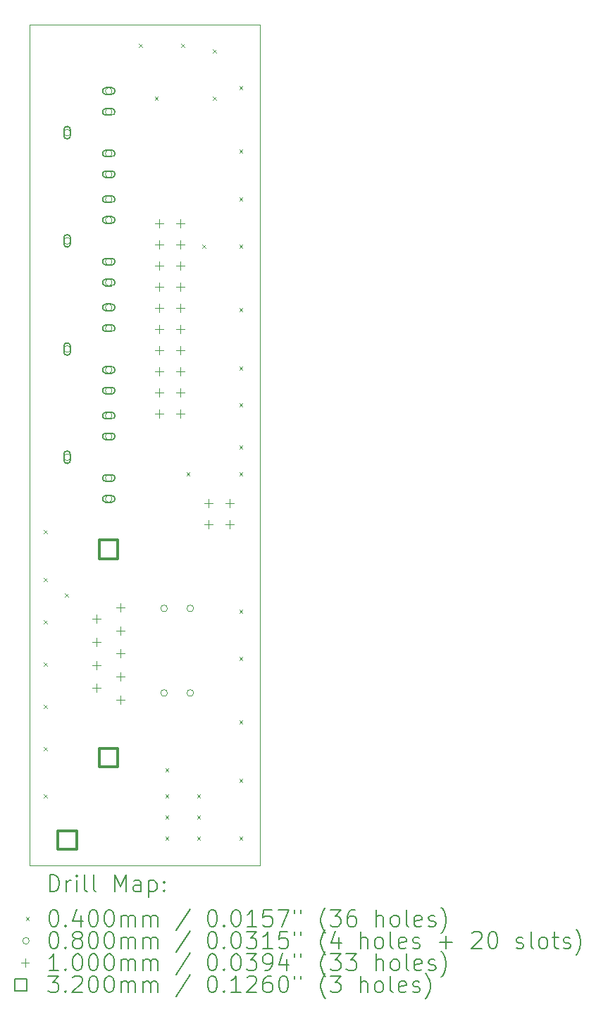
<source format=gbr>
%TF.GenerationSoftware,KiCad,Pcbnew,7.0.1*%
%TF.CreationDate,2023-11-25T16:04:23-05:00*%
%TF.ProjectId,PCI bracket board,50434920-6272-4616-936b-657420626f61,rev?*%
%TF.SameCoordinates,Original*%
%TF.FileFunction,Drillmap*%
%TF.FilePolarity,Positive*%
%FSLAX45Y45*%
G04 Gerber Fmt 4.5, Leading zero omitted, Abs format (unit mm)*
G04 Created by KiCad (PCBNEW 7.0.1) date 2023-11-25 16:04:23*
%MOMM*%
%LPD*%
G01*
G04 APERTURE LIST*
%ADD10C,0.100000*%
%ADD11C,0.200000*%
%ADD12C,0.040000*%
%ADD13C,0.080000*%
%ADD14C,0.320000*%
G04 APERTURE END LIST*
D10*
X0Y-10100000D02*
X0Y0D01*
X2765190Y-10100000D02*
X0Y-10100000D01*
X2765190Y0D02*
X2765190Y-10100000D01*
X0Y0D02*
X2765190Y0D01*
D11*
D12*
X170500Y-6076000D02*
X210500Y-6116000D01*
X210500Y-6076000D02*
X170500Y-6116000D01*
X170500Y-6647500D02*
X210500Y-6687500D01*
X210500Y-6647500D02*
X170500Y-6687500D01*
X170500Y-7155500D02*
X210500Y-7195500D01*
X210500Y-7155500D02*
X170500Y-7195500D01*
X170500Y-7663500D02*
X210500Y-7703500D01*
X210500Y-7663500D02*
X170500Y-7703500D01*
X170500Y-8171500D02*
X210500Y-8211500D01*
X210500Y-8171500D02*
X170500Y-8211500D01*
X170500Y-8679500D02*
X210500Y-8719500D01*
X210500Y-8679500D02*
X170500Y-8719500D01*
X170500Y-9251000D02*
X210500Y-9291000D01*
X210500Y-9251000D02*
X170500Y-9291000D01*
X424500Y-6838000D02*
X464500Y-6878000D01*
X464500Y-6838000D02*
X424500Y-6878000D01*
X1313500Y-234000D02*
X1353500Y-274000D01*
X1353500Y-234000D02*
X1313500Y-274000D01*
X1504000Y-869000D02*
X1544000Y-909000D01*
X1544000Y-869000D02*
X1504000Y-909000D01*
X1631000Y-8933500D02*
X1671000Y-8973500D01*
X1671000Y-8933500D02*
X1631000Y-8973500D01*
X1631000Y-9251000D02*
X1671000Y-9291000D01*
X1671000Y-9251000D02*
X1631000Y-9291000D01*
X1631000Y-9505000D02*
X1671000Y-9545000D01*
X1671000Y-9505000D02*
X1631000Y-9545000D01*
X1631000Y-9759000D02*
X1671000Y-9799000D01*
X1671000Y-9759000D02*
X1631000Y-9799000D01*
X1821500Y-234000D02*
X1861500Y-274000D01*
X1861500Y-234000D02*
X1821500Y-274000D01*
X1885000Y-5377500D02*
X1925000Y-5417500D01*
X1925000Y-5377500D02*
X1885000Y-5417500D01*
X2012000Y-9251000D02*
X2052000Y-9291000D01*
X2052000Y-9251000D02*
X2012000Y-9291000D01*
X2012000Y-9505000D02*
X2052000Y-9545000D01*
X2052000Y-9505000D02*
X2012000Y-9545000D01*
X2012000Y-9759000D02*
X2052000Y-9799000D01*
X2052000Y-9759000D02*
X2012000Y-9799000D01*
X2075500Y-2647000D02*
X2115500Y-2687000D01*
X2115500Y-2647000D02*
X2075500Y-2687000D01*
X2202500Y-297500D02*
X2242500Y-337500D01*
X2242500Y-297500D02*
X2202500Y-337500D01*
X2202500Y-869000D02*
X2242500Y-909000D01*
X2242500Y-869000D02*
X2202500Y-909000D01*
X2520000Y-742000D02*
X2560000Y-782000D01*
X2560000Y-742000D02*
X2520000Y-782000D01*
X2520000Y-1504000D02*
X2560000Y-1544000D01*
X2560000Y-1504000D02*
X2520000Y-1544000D01*
X2520000Y-2075500D02*
X2560000Y-2115500D01*
X2560000Y-2075500D02*
X2520000Y-2115500D01*
X2520000Y-2647000D02*
X2560000Y-2687000D01*
X2560000Y-2647000D02*
X2520000Y-2687000D01*
X2520000Y-3409000D02*
X2560000Y-3449000D01*
X2560000Y-3409000D02*
X2520000Y-3449000D01*
X2520000Y-4107500D02*
X2560000Y-4147500D01*
X2560000Y-4107500D02*
X2520000Y-4147500D01*
X2520000Y-4552000D02*
X2560000Y-4592000D01*
X2560000Y-4552000D02*
X2520000Y-4592000D01*
X2520000Y-5060000D02*
X2560000Y-5100000D01*
X2560000Y-5060000D02*
X2520000Y-5100000D01*
X2520000Y-5377500D02*
X2560000Y-5417500D01*
X2560000Y-5377500D02*
X2520000Y-5417500D01*
X2520000Y-7028500D02*
X2560000Y-7068500D01*
X2560000Y-7028500D02*
X2520000Y-7068500D01*
X2520000Y-7600000D02*
X2560000Y-7640000D01*
X2560000Y-7600000D02*
X2520000Y-7640000D01*
X2520000Y-8362000D02*
X2560000Y-8402000D01*
X2560000Y-8362000D02*
X2520000Y-8402000D01*
X2520000Y-9060500D02*
X2560000Y-9100500D01*
X2560000Y-9060500D02*
X2520000Y-9100500D01*
X2520000Y-9759000D02*
X2560000Y-9799000D01*
X2560000Y-9759000D02*
X2520000Y-9799000D01*
D13*
X490380Y-1300000D02*
G75*
G03*
X490380Y-1300000I-40000J0D01*
G01*
D11*
X410380Y-1265000D02*
X410380Y-1335000D01*
X410380Y-1335000D02*
G75*
G03*
X490380Y-1335000I40000J0D01*
G01*
X490380Y-1335000D02*
X490380Y-1265000D01*
X490380Y-1265000D02*
G75*
G03*
X410380Y-1265000I-40000J0D01*
G01*
D13*
X490380Y-2600000D02*
G75*
G03*
X490380Y-2600000I-40000J0D01*
G01*
D11*
X410380Y-2565000D02*
X410380Y-2635000D01*
X410380Y-2635000D02*
G75*
G03*
X490380Y-2635000I40000J0D01*
G01*
X490380Y-2635000D02*
X490380Y-2565000D01*
X490380Y-2565000D02*
G75*
G03*
X410380Y-2565000I-40000J0D01*
G01*
D13*
X490380Y-3900000D02*
G75*
G03*
X490380Y-3900000I-40000J0D01*
G01*
D11*
X410380Y-3865000D02*
X410380Y-3935000D01*
X410380Y-3935000D02*
G75*
G03*
X490380Y-3935000I40000J0D01*
G01*
X490380Y-3935000D02*
X490380Y-3865000D01*
X490380Y-3865000D02*
G75*
G03*
X410380Y-3865000I-40000J0D01*
G01*
D13*
X490380Y-5200000D02*
G75*
G03*
X490380Y-5200000I-40000J0D01*
G01*
D11*
X410380Y-5165000D02*
X410380Y-5235000D01*
X410380Y-5235000D02*
G75*
G03*
X490380Y-5235000I40000J0D01*
G01*
X490380Y-5235000D02*
X490380Y-5165000D01*
X490380Y-5165000D02*
G75*
G03*
X410380Y-5165000I-40000J0D01*
G01*
D13*
X990380Y-800000D02*
G75*
G03*
X990380Y-800000I-40000J0D01*
G01*
D11*
X915380Y-840000D02*
X985380Y-840000D01*
X985380Y-840000D02*
G75*
G03*
X985380Y-760000I0J40000D01*
G01*
X985380Y-760000D02*
X915380Y-760000D01*
X915380Y-760000D02*
G75*
G03*
X915380Y-840000I0J-40000D01*
G01*
D13*
X990380Y-1050000D02*
G75*
G03*
X990380Y-1050000I-40000J0D01*
G01*
D11*
X915380Y-1090000D02*
X985380Y-1090000D01*
X985380Y-1090000D02*
G75*
G03*
X985380Y-1010000I0J40000D01*
G01*
X985380Y-1010000D02*
X915380Y-1010000D01*
X915380Y-1010000D02*
G75*
G03*
X915380Y-1090000I0J-40000D01*
G01*
D13*
X990380Y-1550000D02*
G75*
G03*
X990380Y-1550000I-40000J0D01*
G01*
D11*
X915380Y-1590000D02*
X985380Y-1590000D01*
X985380Y-1590000D02*
G75*
G03*
X985380Y-1510000I0J40000D01*
G01*
X985380Y-1510000D02*
X915380Y-1510000D01*
X915380Y-1510000D02*
G75*
G03*
X915380Y-1590000I0J-40000D01*
G01*
D13*
X990380Y-1800000D02*
G75*
G03*
X990380Y-1800000I-40000J0D01*
G01*
D11*
X915380Y-1840000D02*
X985380Y-1840000D01*
X985380Y-1840000D02*
G75*
G03*
X985380Y-1760000I0J40000D01*
G01*
X985380Y-1760000D02*
X915380Y-1760000D01*
X915380Y-1760000D02*
G75*
G03*
X915380Y-1840000I0J-40000D01*
G01*
D13*
X990380Y-2100000D02*
G75*
G03*
X990380Y-2100000I-40000J0D01*
G01*
D11*
X915380Y-2140000D02*
X985380Y-2140000D01*
X985380Y-2140000D02*
G75*
G03*
X985380Y-2060000I0J40000D01*
G01*
X985380Y-2060000D02*
X915380Y-2060000D01*
X915380Y-2060000D02*
G75*
G03*
X915380Y-2140000I0J-40000D01*
G01*
D13*
X990380Y-2350000D02*
G75*
G03*
X990380Y-2350000I-40000J0D01*
G01*
D11*
X915380Y-2390000D02*
X985380Y-2390000D01*
X985380Y-2390000D02*
G75*
G03*
X985380Y-2310000I0J40000D01*
G01*
X985380Y-2310000D02*
X915380Y-2310000D01*
X915380Y-2310000D02*
G75*
G03*
X915380Y-2390000I0J-40000D01*
G01*
D13*
X990380Y-2850000D02*
G75*
G03*
X990380Y-2850000I-40000J0D01*
G01*
D11*
X915380Y-2890000D02*
X985380Y-2890000D01*
X985380Y-2890000D02*
G75*
G03*
X985380Y-2810000I0J40000D01*
G01*
X985380Y-2810000D02*
X915380Y-2810000D01*
X915380Y-2810000D02*
G75*
G03*
X915380Y-2890000I0J-40000D01*
G01*
D13*
X990380Y-3100000D02*
G75*
G03*
X990380Y-3100000I-40000J0D01*
G01*
D11*
X915380Y-3140000D02*
X985380Y-3140000D01*
X985380Y-3140000D02*
G75*
G03*
X985380Y-3060000I0J40000D01*
G01*
X985380Y-3060000D02*
X915380Y-3060000D01*
X915380Y-3060000D02*
G75*
G03*
X915380Y-3140000I0J-40000D01*
G01*
D13*
X990380Y-3400000D02*
G75*
G03*
X990380Y-3400000I-40000J0D01*
G01*
D11*
X915380Y-3440000D02*
X985380Y-3440000D01*
X985380Y-3440000D02*
G75*
G03*
X985380Y-3360000I0J40000D01*
G01*
X985380Y-3360000D02*
X915380Y-3360000D01*
X915380Y-3360000D02*
G75*
G03*
X915380Y-3440000I0J-40000D01*
G01*
D13*
X990380Y-3650000D02*
G75*
G03*
X990380Y-3650000I-40000J0D01*
G01*
D11*
X915380Y-3690000D02*
X985380Y-3690000D01*
X985380Y-3690000D02*
G75*
G03*
X985380Y-3610000I0J40000D01*
G01*
X985380Y-3610000D02*
X915380Y-3610000D01*
X915380Y-3610000D02*
G75*
G03*
X915380Y-3690000I0J-40000D01*
G01*
D13*
X990380Y-4150000D02*
G75*
G03*
X990380Y-4150000I-40000J0D01*
G01*
D11*
X915380Y-4190000D02*
X985380Y-4190000D01*
X985380Y-4190000D02*
G75*
G03*
X985380Y-4110000I0J40000D01*
G01*
X985380Y-4110000D02*
X915380Y-4110000D01*
X915380Y-4110000D02*
G75*
G03*
X915380Y-4190000I0J-40000D01*
G01*
D13*
X990380Y-4400000D02*
G75*
G03*
X990380Y-4400000I-40000J0D01*
G01*
D11*
X915380Y-4440000D02*
X985380Y-4440000D01*
X985380Y-4440000D02*
G75*
G03*
X985380Y-4360000I0J40000D01*
G01*
X985380Y-4360000D02*
X915380Y-4360000D01*
X915380Y-4360000D02*
G75*
G03*
X915380Y-4440000I0J-40000D01*
G01*
D13*
X990380Y-4700000D02*
G75*
G03*
X990380Y-4700000I-40000J0D01*
G01*
D11*
X915380Y-4740000D02*
X985380Y-4740000D01*
X985380Y-4740000D02*
G75*
G03*
X985380Y-4660000I0J40000D01*
G01*
X985380Y-4660000D02*
X915380Y-4660000D01*
X915380Y-4660000D02*
G75*
G03*
X915380Y-4740000I0J-40000D01*
G01*
D13*
X990380Y-4950000D02*
G75*
G03*
X990380Y-4950000I-40000J0D01*
G01*
D11*
X915380Y-4990000D02*
X985380Y-4990000D01*
X985380Y-4990000D02*
G75*
G03*
X985380Y-4910000I0J40000D01*
G01*
X985380Y-4910000D02*
X915380Y-4910000D01*
X915380Y-4910000D02*
G75*
G03*
X915380Y-4990000I0J-40000D01*
G01*
D13*
X990380Y-5450000D02*
G75*
G03*
X990380Y-5450000I-40000J0D01*
G01*
D11*
X915380Y-5490000D02*
X985380Y-5490000D01*
X985380Y-5490000D02*
G75*
G03*
X985380Y-5410000I0J40000D01*
G01*
X985380Y-5410000D02*
X915380Y-5410000D01*
X915380Y-5410000D02*
G75*
G03*
X915380Y-5490000I0J-40000D01*
G01*
D13*
X990380Y-5700000D02*
G75*
G03*
X990380Y-5700000I-40000J0D01*
G01*
D11*
X915380Y-5740000D02*
X985380Y-5740000D01*
X985380Y-5740000D02*
G75*
G03*
X985380Y-5660000I0J40000D01*
G01*
X985380Y-5660000D02*
X915380Y-5660000D01*
X915380Y-5660000D02*
G75*
G03*
X915380Y-5740000I0J-40000D01*
G01*
D13*
X1655440Y-7015480D02*
G75*
G03*
X1655440Y-7015480I-40000J0D01*
G01*
X1655440Y-8031480D02*
G75*
G03*
X1655440Y-8031480I-40000J0D01*
G01*
X1970400Y-7015480D02*
G75*
G03*
X1970400Y-7015480I-40000J0D01*
G01*
X1970400Y-8031480D02*
G75*
G03*
X1970400Y-8031480I-40000J0D01*
G01*
D10*
X804633Y-7092540D02*
X804633Y-7192540D01*
X754633Y-7142540D02*
X854633Y-7142540D01*
X804633Y-7369540D02*
X804633Y-7469540D01*
X754633Y-7419540D02*
X854633Y-7419540D01*
X804633Y-7646540D02*
X804633Y-7746540D01*
X754633Y-7696540D02*
X854633Y-7696540D01*
X804633Y-7923540D02*
X804633Y-8023540D01*
X754633Y-7973540D02*
X854633Y-7973540D01*
X1088633Y-6954040D02*
X1088633Y-7054040D01*
X1038633Y-7004040D02*
X1138633Y-7004040D01*
X1088633Y-7231040D02*
X1088633Y-7331040D01*
X1038633Y-7281040D02*
X1138633Y-7281040D01*
X1088633Y-7508040D02*
X1088633Y-7608040D01*
X1038633Y-7558040D02*
X1138633Y-7558040D01*
X1088633Y-7785040D02*
X1088633Y-7885040D01*
X1038633Y-7835040D02*
X1138633Y-7835040D01*
X1088633Y-8062040D02*
X1088633Y-8162040D01*
X1038633Y-8112040D02*
X1138633Y-8112040D01*
X1558440Y-2343180D02*
X1558440Y-2443180D01*
X1508440Y-2393180D02*
X1608440Y-2393180D01*
X1558440Y-2597180D02*
X1558440Y-2697180D01*
X1508440Y-2647180D02*
X1608440Y-2647180D01*
X1558440Y-2851180D02*
X1558440Y-2951180D01*
X1508440Y-2901180D02*
X1608440Y-2901180D01*
X1558440Y-3105180D02*
X1558440Y-3205180D01*
X1508440Y-3155180D02*
X1608440Y-3155180D01*
X1558440Y-3359180D02*
X1558440Y-3459180D01*
X1508440Y-3409180D02*
X1608440Y-3409180D01*
X1558440Y-3613180D02*
X1558440Y-3713180D01*
X1508440Y-3663180D02*
X1608440Y-3663180D01*
X1558440Y-3867180D02*
X1558440Y-3967180D01*
X1508440Y-3917180D02*
X1608440Y-3917180D01*
X1558440Y-4121180D02*
X1558440Y-4221180D01*
X1508440Y-4171180D02*
X1608440Y-4171180D01*
X1558440Y-4375180D02*
X1558440Y-4475180D01*
X1508440Y-4425180D02*
X1608440Y-4425180D01*
X1558440Y-4629180D02*
X1558440Y-4729180D01*
X1508440Y-4679180D02*
X1608440Y-4679180D01*
X1812440Y-2343180D02*
X1812440Y-2443180D01*
X1762440Y-2393180D02*
X1862440Y-2393180D01*
X1812440Y-2597180D02*
X1812440Y-2697180D01*
X1762440Y-2647180D02*
X1862440Y-2647180D01*
X1812440Y-2851180D02*
X1812440Y-2951180D01*
X1762440Y-2901180D02*
X1862440Y-2901180D01*
X1812440Y-3105180D02*
X1812440Y-3205180D01*
X1762440Y-3155180D02*
X1862440Y-3155180D01*
X1812440Y-3359180D02*
X1812440Y-3459180D01*
X1762440Y-3409180D02*
X1862440Y-3409180D01*
X1812440Y-3613180D02*
X1812440Y-3713180D01*
X1762440Y-3663180D02*
X1862440Y-3663180D01*
X1812440Y-3867180D02*
X1812440Y-3967180D01*
X1762440Y-3917180D02*
X1862440Y-3917180D01*
X1812440Y-4121180D02*
X1812440Y-4221180D01*
X1762440Y-4171180D02*
X1862440Y-4171180D01*
X1812440Y-4375180D02*
X1812440Y-4475180D01*
X1762440Y-4425180D02*
X1862440Y-4425180D01*
X1812440Y-4629180D02*
X1812440Y-4729180D01*
X1762440Y-4679180D02*
X1862440Y-4679180D01*
X2150880Y-5703600D02*
X2150880Y-5803600D01*
X2100880Y-5753600D02*
X2200880Y-5753600D01*
X2150880Y-5957600D02*
X2150880Y-6057600D01*
X2100880Y-6007600D02*
X2200880Y-6007600D01*
X2404880Y-5703600D02*
X2404880Y-5803600D01*
X2354880Y-5753600D02*
X2454880Y-5753600D01*
X2404880Y-5957600D02*
X2404880Y-6057600D01*
X2354880Y-6007600D02*
X2454880Y-6007600D01*
D14*
X563138Y-9913138D02*
X563138Y-9686862D01*
X336862Y-9686862D01*
X336862Y-9913138D01*
X563138Y-9913138D01*
X1059771Y-6421178D02*
X1059771Y-6194902D01*
X833495Y-6194902D01*
X833495Y-6421178D01*
X1059771Y-6421178D01*
X1059771Y-8921178D02*
X1059771Y-8694902D01*
X833495Y-8694902D01*
X833495Y-8921178D01*
X1059771Y-8921178D01*
D11*
X242619Y-10417524D02*
X242619Y-10217524D01*
X242619Y-10217524D02*
X290238Y-10217524D01*
X290238Y-10217524D02*
X318810Y-10227048D01*
X318810Y-10227048D02*
X337857Y-10246095D01*
X337857Y-10246095D02*
X347381Y-10265143D01*
X347381Y-10265143D02*
X356905Y-10303238D01*
X356905Y-10303238D02*
X356905Y-10331810D01*
X356905Y-10331810D02*
X347381Y-10369905D01*
X347381Y-10369905D02*
X337857Y-10388952D01*
X337857Y-10388952D02*
X318810Y-10408000D01*
X318810Y-10408000D02*
X290238Y-10417524D01*
X290238Y-10417524D02*
X242619Y-10417524D01*
X442619Y-10417524D02*
X442619Y-10284190D01*
X442619Y-10322286D02*
X452143Y-10303238D01*
X452143Y-10303238D02*
X461667Y-10293714D01*
X461667Y-10293714D02*
X480714Y-10284190D01*
X480714Y-10284190D02*
X499762Y-10284190D01*
X566429Y-10417524D02*
X566429Y-10284190D01*
X566429Y-10217524D02*
X556905Y-10227048D01*
X556905Y-10227048D02*
X566429Y-10236571D01*
X566429Y-10236571D02*
X575952Y-10227048D01*
X575952Y-10227048D02*
X566429Y-10217524D01*
X566429Y-10217524D02*
X566429Y-10236571D01*
X690238Y-10417524D02*
X671190Y-10408000D01*
X671190Y-10408000D02*
X661667Y-10388952D01*
X661667Y-10388952D02*
X661667Y-10217524D01*
X795000Y-10417524D02*
X775952Y-10408000D01*
X775952Y-10408000D02*
X766428Y-10388952D01*
X766428Y-10388952D02*
X766428Y-10217524D01*
X1023571Y-10417524D02*
X1023571Y-10217524D01*
X1023571Y-10217524D02*
X1090238Y-10360381D01*
X1090238Y-10360381D02*
X1156905Y-10217524D01*
X1156905Y-10217524D02*
X1156905Y-10417524D01*
X1337857Y-10417524D02*
X1337857Y-10312762D01*
X1337857Y-10312762D02*
X1328333Y-10293714D01*
X1328333Y-10293714D02*
X1309286Y-10284190D01*
X1309286Y-10284190D02*
X1271190Y-10284190D01*
X1271190Y-10284190D02*
X1252143Y-10293714D01*
X1337857Y-10408000D02*
X1318810Y-10417524D01*
X1318810Y-10417524D02*
X1271190Y-10417524D01*
X1271190Y-10417524D02*
X1252143Y-10408000D01*
X1252143Y-10408000D02*
X1242619Y-10388952D01*
X1242619Y-10388952D02*
X1242619Y-10369905D01*
X1242619Y-10369905D02*
X1252143Y-10350857D01*
X1252143Y-10350857D02*
X1271190Y-10341333D01*
X1271190Y-10341333D02*
X1318810Y-10341333D01*
X1318810Y-10341333D02*
X1337857Y-10331810D01*
X1433095Y-10284190D02*
X1433095Y-10484190D01*
X1433095Y-10293714D02*
X1452143Y-10284190D01*
X1452143Y-10284190D02*
X1490238Y-10284190D01*
X1490238Y-10284190D02*
X1509286Y-10293714D01*
X1509286Y-10293714D02*
X1518809Y-10303238D01*
X1518809Y-10303238D02*
X1528333Y-10322286D01*
X1528333Y-10322286D02*
X1528333Y-10379429D01*
X1528333Y-10379429D02*
X1518809Y-10398476D01*
X1518809Y-10398476D02*
X1509286Y-10408000D01*
X1509286Y-10408000D02*
X1490238Y-10417524D01*
X1490238Y-10417524D02*
X1452143Y-10417524D01*
X1452143Y-10417524D02*
X1433095Y-10408000D01*
X1614048Y-10398476D02*
X1623571Y-10408000D01*
X1623571Y-10408000D02*
X1614048Y-10417524D01*
X1614048Y-10417524D02*
X1604524Y-10408000D01*
X1604524Y-10408000D02*
X1614048Y-10398476D01*
X1614048Y-10398476D02*
X1614048Y-10417524D01*
X1614048Y-10293714D02*
X1623571Y-10303238D01*
X1623571Y-10303238D02*
X1614048Y-10312762D01*
X1614048Y-10312762D02*
X1604524Y-10303238D01*
X1604524Y-10303238D02*
X1614048Y-10293714D01*
X1614048Y-10293714D02*
X1614048Y-10312762D01*
D12*
X-45000Y-10725000D02*
X-5000Y-10765000D01*
X-5000Y-10725000D02*
X-45000Y-10765000D01*
D11*
X280714Y-10637524D02*
X299762Y-10637524D01*
X299762Y-10637524D02*
X318810Y-10647048D01*
X318810Y-10647048D02*
X328333Y-10656571D01*
X328333Y-10656571D02*
X337857Y-10675619D01*
X337857Y-10675619D02*
X347381Y-10713714D01*
X347381Y-10713714D02*
X347381Y-10761333D01*
X347381Y-10761333D02*
X337857Y-10799429D01*
X337857Y-10799429D02*
X328333Y-10818476D01*
X328333Y-10818476D02*
X318810Y-10828000D01*
X318810Y-10828000D02*
X299762Y-10837524D01*
X299762Y-10837524D02*
X280714Y-10837524D01*
X280714Y-10837524D02*
X261667Y-10828000D01*
X261667Y-10828000D02*
X252143Y-10818476D01*
X252143Y-10818476D02*
X242619Y-10799429D01*
X242619Y-10799429D02*
X233095Y-10761333D01*
X233095Y-10761333D02*
X233095Y-10713714D01*
X233095Y-10713714D02*
X242619Y-10675619D01*
X242619Y-10675619D02*
X252143Y-10656571D01*
X252143Y-10656571D02*
X261667Y-10647048D01*
X261667Y-10647048D02*
X280714Y-10637524D01*
X433095Y-10818476D02*
X442619Y-10828000D01*
X442619Y-10828000D02*
X433095Y-10837524D01*
X433095Y-10837524D02*
X423571Y-10828000D01*
X423571Y-10828000D02*
X433095Y-10818476D01*
X433095Y-10818476D02*
X433095Y-10837524D01*
X614048Y-10704190D02*
X614048Y-10837524D01*
X566429Y-10628000D02*
X518809Y-10770857D01*
X518809Y-10770857D02*
X642619Y-10770857D01*
X756905Y-10637524D02*
X775952Y-10637524D01*
X775952Y-10637524D02*
X795000Y-10647048D01*
X795000Y-10647048D02*
X804524Y-10656571D01*
X804524Y-10656571D02*
X814048Y-10675619D01*
X814048Y-10675619D02*
X823571Y-10713714D01*
X823571Y-10713714D02*
X823571Y-10761333D01*
X823571Y-10761333D02*
X814048Y-10799429D01*
X814048Y-10799429D02*
X804524Y-10818476D01*
X804524Y-10818476D02*
X795000Y-10828000D01*
X795000Y-10828000D02*
X775952Y-10837524D01*
X775952Y-10837524D02*
X756905Y-10837524D01*
X756905Y-10837524D02*
X737857Y-10828000D01*
X737857Y-10828000D02*
X728333Y-10818476D01*
X728333Y-10818476D02*
X718809Y-10799429D01*
X718809Y-10799429D02*
X709286Y-10761333D01*
X709286Y-10761333D02*
X709286Y-10713714D01*
X709286Y-10713714D02*
X718809Y-10675619D01*
X718809Y-10675619D02*
X728333Y-10656571D01*
X728333Y-10656571D02*
X737857Y-10647048D01*
X737857Y-10647048D02*
X756905Y-10637524D01*
X947381Y-10637524D02*
X966429Y-10637524D01*
X966429Y-10637524D02*
X985476Y-10647048D01*
X985476Y-10647048D02*
X995000Y-10656571D01*
X995000Y-10656571D02*
X1004524Y-10675619D01*
X1004524Y-10675619D02*
X1014048Y-10713714D01*
X1014048Y-10713714D02*
X1014048Y-10761333D01*
X1014048Y-10761333D02*
X1004524Y-10799429D01*
X1004524Y-10799429D02*
X995000Y-10818476D01*
X995000Y-10818476D02*
X985476Y-10828000D01*
X985476Y-10828000D02*
X966429Y-10837524D01*
X966429Y-10837524D02*
X947381Y-10837524D01*
X947381Y-10837524D02*
X928333Y-10828000D01*
X928333Y-10828000D02*
X918809Y-10818476D01*
X918809Y-10818476D02*
X909286Y-10799429D01*
X909286Y-10799429D02*
X899762Y-10761333D01*
X899762Y-10761333D02*
X899762Y-10713714D01*
X899762Y-10713714D02*
X909286Y-10675619D01*
X909286Y-10675619D02*
X918809Y-10656571D01*
X918809Y-10656571D02*
X928333Y-10647048D01*
X928333Y-10647048D02*
X947381Y-10637524D01*
X1099762Y-10837524D02*
X1099762Y-10704190D01*
X1099762Y-10723238D02*
X1109286Y-10713714D01*
X1109286Y-10713714D02*
X1128333Y-10704190D01*
X1128333Y-10704190D02*
X1156905Y-10704190D01*
X1156905Y-10704190D02*
X1175952Y-10713714D01*
X1175952Y-10713714D02*
X1185476Y-10732762D01*
X1185476Y-10732762D02*
X1185476Y-10837524D01*
X1185476Y-10732762D02*
X1195000Y-10713714D01*
X1195000Y-10713714D02*
X1214048Y-10704190D01*
X1214048Y-10704190D02*
X1242619Y-10704190D01*
X1242619Y-10704190D02*
X1261667Y-10713714D01*
X1261667Y-10713714D02*
X1271191Y-10732762D01*
X1271191Y-10732762D02*
X1271191Y-10837524D01*
X1366429Y-10837524D02*
X1366429Y-10704190D01*
X1366429Y-10723238D02*
X1375952Y-10713714D01*
X1375952Y-10713714D02*
X1395000Y-10704190D01*
X1395000Y-10704190D02*
X1423571Y-10704190D01*
X1423571Y-10704190D02*
X1442619Y-10713714D01*
X1442619Y-10713714D02*
X1452143Y-10732762D01*
X1452143Y-10732762D02*
X1452143Y-10837524D01*
X1452143Y-10732762D02*
X1461667Y-10713714D01*
X1461667Y-10713714D02*
X1480714Y-10704190D01*
X1480714Y-10704190D02*
X1509286Y-10704190D01*
X1509286Y-10704190D02*
X1528333Y-10713714D01*
X1528333Y-10713714D02*
X1537857Y-10732762D01*
X1537857Y-10732762D02*
X1537857Y-10837524D01*
X1928333Y-10628000D02*
X1756905Y-10885143D01*
X2185476Y-10637524D02*
X2204524Y-10637524D01*
X2204524Y-10637524D02*
X2223572Y-10647048D01*
X2223572Y-10647048D02*
X2233095Y-10656571D01*
X2233095Y-10656571D02*
X2242619Y-10675619D01*
X2242619Y-10675619D02*
X2252143Y-10713714D01*
X2252143Y-10713714D02*
X2252143Y-10761333D01*
X2252143Y-10761333D02*
X2242619Y-10799429D01*
X2242619Y-10799429D02*
X2233095Y-10818476D01*
X2233095Y-10818476D02*
X2223572Y-10828000D01*
X2223572Y-10828000D02*
X2204524Y-10837524D01*
X2204524Y-10837524D02*
X2185476Y-10837524D01*
X2185476Y-10837524D02*
X2166429Y-10828000D01*
X2166429Y-10828000D02*
X2156905Y-10818476D01*
X2156905Y-10818476D02*
X2147381Y-10799429D01*
X2147381Y-10799429D02*
X2137857Y-10761333D01*
X2137857Y-10761333D02*
X2137857Y-10713714D01*
X2137857Y-10713714D02*
X2147381Y-10675619D01*
X2147381Y-10675619D02*
X2156905Y-10656571D01*
X2156905Y-10656571D02*
X2166429Y-10647048D01*
X2166429Y-10647048D02*
X2185476Y-10637524D01*
X2337857Y-10818476D02*
X2347381Y-10828000D01*
X2347381Y-10828000D02*
X2337857Y-10837524D01*
X2337857Y-10837524D02*
X2328334Y-10828000D01*
X2328334Y-10828000D02*
X2337857Y-10818476D01*
X2337857Y-10818476D02*
X2337857Y-10837524D01*
X2471191Y-10637524D02*
X2490238Y-10637524D01*
X2490238Y-10637524D02*
X2509286Y-10647048D01*
X2509286Y-10647048D02*
X2518810Y-10656571D01*
X2518810Y-10656571D02*
X2528334Y-10675619D01*
X2528334Y-10675619D02*
X2537857Y-10713714D01*
X2537857Y-10713714D02*
X2537857Y-10761333D01*
X2537857Y-10761333D02*
X2528334Y-10799429D01*
X2528334Y-10799429D02*
X2518810Y-10818476D01*
X2518810Y-10818476D02*
X2509286Y-10828000D01*
X2509286Y-10828000D02*
X2490238Y-10837524D01*
X2490238Y-10837524D02*
X2471191Y-10837524D01*
X2471191Y-10837524D02*
X2452143Y-10828000D01*
X2452143Y-10828000D02*
X2442619Y-10818476D01*
X2442619Y-10818476D02*
X2433095Y-10799429D01*
X2433095Y-10799429D02*
X2423572Y-10761333D01*
X2423572Y-10761333D02*
X2423572Y-10713714D01*
X2423572Y-10713714D02*
X2433095Y-10675619D01*
X2433095Y-10675619D02*
X2442619Y-10656571D01*
X2442619Y-10656571D02*
X2452143Y-10647048D01*
X2452143Y-10647048D02*
X2471191Y-10637524D01*
X2728334Y-10837524D02*
X2614048Y-10837524D01*
X2671191Y-10837524D02*
X2671191Y-10637524D01*
X2671191Y-10637524D02*
X2652143Y-10666095D01*
X2652143Y-10666095D02*
X2633095Y-10685143D01*
X2633095Y-10685143D02*
X2614048Y-10694667D01*
X2909286Y-10637524D02*
X2814048Y-10637524D01*
X2814048Y-10637524D02*
X2804524Y-10732762D01*
X2804524Y-10732762D02*
X2814048Y-10723238D01*
X2814048Y-10723238D02*
X2833095Y-10713714D01*
X2833095Y-10713714D02*
X2880714Y-10713714D01*
X2880714Y-10713714D02*
X2899762Y-10723238D01*
X2899762Y-10723238D02*
X2909286Y-10732762D01*
X2909286Y-10732762D02*
X2918810Y-10751810D01*
X2918810Y-10751810D02*
X2918810Y-10799429D01*
X2918810Y-10799429D02*
X2909286Y-10818476D01*
X2909286Y-10818476D02*
X2899762Y-10828000D01*
X2899762Y-10828000D02*
X2880714Y-10837524D01*
X2880714Y-10837524D02*
X2833095Y-10837524D01*
X2833095Y-10837524D02*
X2814048Y-10828000D01*
X2814048Y-10828000D02*
X2804524Y-10818476D01*
X2985476Y-10637524D02*
X3118810Y-10637524D01*
X3118810Y-10637524D02*
X3033095Y-10837524D01*
X3185476Y-10637524D02*
X3185476Y-10675619D01*
X3261667Y-10637524D02*
X3261667Y-10675619D01*
X3556905Y-10913714D02*
X3547381Y-10904190D01*
X3547381Y-10904190D02*
X3528334Y-10875619D01*
X3528334Y-10875619D02*
X3518810Y-10856571D01*
X3518810Y-10856571D02*
X3509286Y-10828000D01*
X3509286Y-10828000D02*
X3499762Y-10780381D01*
X3499762Y-10780381D02*
X3499762Y-10742286D01*
X3499762Y-10742286D02*
X3509286Y-10694667D01*
X3509286Y-10694667D02*
X3518810Y-10666095D01*
X3518810Y-10666095D02*
X3528334Y-10647048D01*
X3528334Y-10647048D02*
X3547381Y-10618476D01*
X3547381Y-10618476D02*
X3556905Y-10608952D01*
X3614048Y-10637524D02*
X3737857Y-10637524D01*
X3737857Y-10637524D02*
X3671191Y-10713714D01*
X3671191Y-10713714D02*
X3699762Y-10713714D01*
X3699762Y-10713714D02*
X3718810Y-10723238D01*
X3718810Y-10723238D02*
X3728334Y-10732762D01*
X3728334Y-10732762D02*
X3737857Y-10751810D01*
X3737857Y-10751810D02*
X3737857Y-10799429D01*
X3737857Y-10799429D02*
X3728334Y-10818476D01*
X3728334Y-10818476D02*
X3718810Y-10828000D01*
X3718810Y-10828000D02*
X3699762Y-10837524D01*
X3699762Y-10837524D02*
X3642619Y-10837524D01*
X3642619Y-10837524D02*
X3623572Y-10828000D01*
X3623572Y-10828000D02*
X3614048Y-10818476D01*
X3909286Y-10637524D02*
X3871191Y-10637524D01*
X3871191Y-10637524D02*
X3852143Y-10647048D01*
X3852143Y-10647048D02*
X3842619Y-10656571D01*
X3842619Y-10656571D02*
X3823572Y-10685143D01*
X3823572Y-10685143D02*
X3814048Y-10723238D01*
X3814048Y-10723238D02*
X3814048Y-10799429D01*
X3814048Y-10799429D02*
X3823572Y-10818476D01*
X3823572Y-10818476D02*
X3833095Y-10828000D01*
X3833095Y-10828000D02*
X3852143Y-10837524D01*
X3852143Y-10837524D02*
X3890238Y-10837524D01*
X3890238Y-10837524D02*
X3909286Y-10828000D01*
X3909286Y-10828000D02*
X3918810Y-10818476D01*
X3918810Y-10818476D02*
X3928334Y-10799429D01*
X3928334Y-10799429D02*
X3928334Y-10751810D01*
X3928334Y-10751810D02*
X3918810Y-10732762D01*
X3918810Y-10732762D02*
X3909286Y-10723238D01*
X3909286Y-10723238D02*
X3890238Y-10713714D01*
X3890238Y-10713714D02*
X3852143Y-10713714D01*
X3852143Y-10713714D02*
X3833095Y-10723238D01*
X3833095Y-10723238D02*
X3823572Y-10732762D01*
X3823572Y-10732762D02*
X3814048Y-10751810D01*
X4166429Y-10837524D02*
X4166429Y-10637524D01*
X4252143Y-10837524D02*
X4252143Y-10732762D01*
X4252143Y-10732762D02*
X4242619Y-10713714D01*
X4242619Y-10713714D02*
X4223572Y-10704190D01*
X4223572Y-10704190D02*
X4195000Y-10704190D01*
X4195000Y-10704190D02*
X4175953Y-10713714D01*
X4175953Y-10713714D02*
X4166429Y-10723238D01*
X4375953Y-10837524D02*
X4356905Y-10828000D01*
X4356905Y-10828000D02*
X4347381Y-10818476D01*
X4347381Y-10818476D02*
X4337858Y-10799429D01*
X4337858Y-10799429D02*
X4337858Y-10742286D01*
X4337858Y-10742286D02*
X4347381Y-10723238D01*
X4347381Y-10723238D02*
X4356905Y-10713714D01*
X4356905Y-10713714D02*
X4375953Y-10704190D01*
X4375953Y-10704190D02*
X4404524Y-10704190D01*
X4404524Y-10704190D02*
X4423572Y-10713714D01*
X4423572Y-10713714D02*
X4433096Y-10723238D01*
X4433096Y-10723238D02*
X4442619Y-10742286D01*
X4442619Y-10742286D02*
X4442619Y-10799429D01*
X4442619Y-10799429D02*
X4433096Y-10818476D01*
X4433096Y-10818476D02*
X4423572Y-10828000D01*
X4423572Y-10828000D02*
X4404524Y-10837524D01*
X4404524Y-10837524D02*
X4375953Y-10837524D01*
X4556905Y-10837524D02*
X4537858Y-10828000D01*
X4537858Y-10828000D02*
X4528334Y-10808952D01*
X4528334Y-10808952D02*
X4528334Y-10637524D01*
X4709286Y-10828000D02*
X4690239Y-10837524D01*
X4690239Y-10837524D02*
X4652143Y-10837524D01*
X4652143Y-10837524D02*
X4633096Y-10828000D01*
X4633096Y-10828000D02*
X4623572Y-10808952D01*
X4623572Y-10808952D02*
X4623572Y-10732762D01*
X4623572Y-10732762D02*
X4633096Y-10713714D01*
X4633096Y-10713714D02*
X4652143Y-10704190D01*
X4652143Y-10704190D02*
X4690239Y-10704190D01*
X4690239Y-10704190D02*
X4709286Y-10713714D01*
X4709286Y-10713714D02*
X4718810Y-10732762D01*
X4718810Y-10732762D02*
X4718810Y-10751810D01*
X4718810Y-10751810D02*
X4623572Y-10770857D01*
X4795000Y-10828000D02*
X4814048Y-10837524D01*
X4814048Y-10837524D02*
X4852143Y-10837524D01*
X4852143Y-10837524D02*
X4871191Y-10828000D01*
X4871191Y-10828000D02*
X4880715Y-10808952D01*
X4880715Y-10808952D02*
X4880715Y-10799429D01*
X4880715Y-10799429D02*
X4871191Y-10780381D01*
X4871191Y-10780381D02*
X4852143Y-10770857D01*
X4852143Y-10770857D02*
X4823572Y-10770857D01*
X4823572Y-10770857D02*
X4804524Y-10761333D01*
X4804524Y-10761333D02*
X4795000Y-10742286D01*
X4795000Y-10742286D02*
X4795000Y-10732762D01*
X4795000Y-10732762D02*
X4804524Y-10713714D01*
X4804524Y-10713714D02*
X4823572Y-10704190D01*
X4823572Y-10704190D02*
X4852143Y-10704190D01*
X4852143Y-10704190D02*
X4871191Y-10713714D01*
X4947381Y-10913714D02*
X4956905Y-10904190D01*
X4956905Y-10904190D02*
X4975953Y-10875619D01*
X4975953Y-10875619D02*
X4985477Y-10856571D01*
X4985477Y-10856571D02*
X4995000Y-10828000D01*
X4995000Y-10828000D02*
X5004524Y-10780381D01*
X5004524Y-10780381D02*
X5004524Y-10742286D01*
X5004524Y-10742286D02*
X4995000Y-10694667D01*
X4995000Y-10694667D02*
X4985477Y-10666095D01*
X4985477Y-10666095D02*
X4975953Y-10647048D01*
X4975953Y-10647048D02*
X4956905Y-10618476D01*
X4956905Y-10618476D02*
X4947381Y-10608952D01*
D13*
X-5000Y-11009000D02*
G75*
G03*
X-5000Y-11009000I-40000J0D01*
G01*
D11*
X280714Y-10901524D02*
X299762Y-10901524D01*
X299762Y-10901524D02*
X318810Y-10911048D01*
X318810Y-10911048D02*
X328333Y-10920571D01*
X328333Y-10920571D02*
X337857Y-10939619D01*
X337857Y-10939619D02*
X347381Y-10977714D01*
X347381Y-10977714D02*
X347381Y-11025333D01*
X347381Y-11025333D02*
X337857Y-11063429D01*
X337857Y-11063429D02*
X328333Y-11082476D01*
X328333Y-11082476D02*
X318810Y-11092000D01*
X318810Y-11092000D02*
X299762Y-11101524D01*
X299762Y-11101524D02*
X280714Y-11101524D01*
X280714Y-11101524D02*
X261667Y-11092000D01*
X261667Y-11092000D02*
X252143Y-11082476D01*
X252143Y-11082476D02*
X242619Y-11063429D01*
X242619Y-11063429D02*
X233095Y-11025333D01*
X233095Y-11025333D02*
X233095Y-10977714D01*
X233095Y-10977714D02*
X242619Y-10939619D01*
X242619Y-10939619D02*
X252143Y-10920571D01*
X252143Y-10920571D02*
X261667Y-10911048D01*
X261667Y-10911048D02*
X280714Y-10901524D01*
X433095Y-11082476D02*
X442619Y-11092000D01*
X442619Y-11092000D02*
X433095Y-11101524D01*
X433095Y-11101524D02*
X423571Y-11092000D01*
X423571Y-11092000D02*
X433095Y-11082476D01*
X433095Y-11082476D02*
X433095Y-11101524D01*
X556905Y-10987238D02*
X537857Y-10977714D01*
X537857Y-10977714D02*
X528333Y-10968190D01*
X528333Y-10968190D02*
X518809Y-10949143D01*
X518809Y-10949143D02*
X518809Y-10939619D01*
X518809Y-10939619D02*
X528333Y-10920571D01*
X528333Y-10920571D02*
X537857Y-10911048D01*
X537857Y-10911048D02*
X556905Y-10901524D01*
X556905Y-10901524D02*
X595000Y-10901524D01*
X595000Y-10901524D02*
X614048Y-10911048D01*
X614048Y-10911048D02*
X623571Y-10920571D01*
X623571Y-10920571D02*
X633095Y-10939619D01*
X633095Y-10939619D02*
X633095Y-10949143D01*
X633095Y-10949143D02*
X623571Y-10968190D01*
X623571Y-10968190D02*
X614048Y-10977714D01*
X614048Y-10977714D02*
X595000Y-10987238D01*
X595000Y-10987238D02*
X556905Y-10987238D01*
X556905Y-10987238D02*
X537857Y-10996762D01*
X537857Y-10996762D02*
X528333Y-11006286D01*
X528333Y-11006286D02*
X518809Y-11025333D01*
X518809Y-11025333D02*
X518809Y-11063429D01*
X518809Y-11063429D02*
X528333Y-11082476D01*
X528333Y-11082476D02*
X537857Y-11092000D01*
X537857Y-11092000D02*
X556905Y-11101524D01*
X556905Y-11101524D02*
X595000Y-11101524D01*
X595000Y-11101524D02*
X614048Y-11092000D01*
X614048Y-11092000D02*
X623571Y-11082476D01*
X623571Y-11082476D02*
X633095Y-11063429D01*
X633095Y-11063429D02*
X633095Y-11025333D01*
X633095Y-11025333D02*
X623571Y-11006286D01*
X623571Y-11006286D02*
X614048Y-10996762D01*
X614048Y-10996762D02*
X595000Y-10987238D01*
X756905Y-10901524D02*
X775952Y-10901524D01*
X775952Y-10901524D02*
X795000Y-10911048D01*
X795000Y-10911048D02*
X804524Y-10920571D01*
X804524Y-10920571D02*
X814048Y-10939619D01*
X814048Y-10939619D02*
X823571Y-10977714D01*
X823571Y-10977714D02*
X823571Y-11025333D01*
X823571Y-11025333D02*
X814048Y-11063429D01*
X814048Y-11063429D02*
X804524Y-11082476D01*
X804524Y-11082476D02*
X795000Y-11092000D01*
X795000Y-11092000D02*
X775952Y-11101524D01*
X775952Y-11101524D02*
X756905Y-11101524D01*
X756905Y-11101524D02*
X737857Y-11092000D01*
X737857Y-11092000D02*
X728333Y-11082476D01*
X728333Y-11082476D02*
X718809Y-11063429D01*
X718809Y-11063429D02*
X709286Y-11025333D01*
X709286Y-11025333D02*
X709286Y-10977714D01*
X709286Y-10977714D02*
X718809Y-10939619D01*
X718809Y-10939619D02*
X728333Y-10920571D01*
X728333Y-10920571D02*
X737857Y-10911048D01*
X737857Y-10911048D02*
X756905Y-10901524D01*
X947381Y-10901524D02*
X966429Y-10901524D01*
X966429Y-10901524D02*
X985476Y-10911048D01*
X985476Y-10911048D02*
X995000Y-10920571D01*
X995000Y-10920571D02*
X1004524Y-10939619D01*
X1004524Y-10939619D02*
X1014048Y-10977714D01*
X1014048Y-10977714D02*
X1014048Y-11025333D01*
X1014048Y-11025333D02*
X1004524Y-11063429D01*
X1004524Y-11063429D02*
X995000Y-11082476D01*
X995000Y-11082476D02*
X985476Y-11092000D01*
X985476Y-11092000D02*
X966429Y-11101524D01*
X966429Y-11101524D02*
X947381Y-11101524D01*
X947381Y-11101524D02*
X928333Y-11092000D01*
X928333Y-11092000D02*
X918809Y-11082476D01*
X918809Y-11082476D02*
X909286Y-11063429D01*
X909286Y-11063429D02*
X899762Y-11025333D01*
X899762Y-11025333D02*
X899762Y-10977714D01*
X899762Y-10977714D02*
X909286Y-10939619D01*
X909286Y-10939619D02*
X918809Y-10920571D01*
X918809Y-10920571D02*
X928333Y-10911048D01*
X928333Y-10911048D02*
X947381Y-10901524D01*
X1099762Y-11101524D02*
X1099762Y-10968190D01*
X1099762Y-10987238D02*
X1109286Y-10977714D01*
X1109286Y-10977714D02*
X1128333Y-10968190D01*
X1128333Y-10968190D02*
X1156905Y-10968190D01*
X1156905Y-10968190D02*
X1175952Y-10977714D01*
X1175952Y-10977714D02*
X1185476Y-10996762D01*
X1185476Y-10996762D02*
X1185476Y-11101524D01*
X1185476Y-10996762D02*
X1195000Y-10977714D01*
X1195000Y-10977714D02*
X1214048Y-10968190D01*
X1214048Y-10968190D02*
X1242619Y-10968190D01*
X1242619Y-10968190D02*
X1261667Y-10977714D01*
X1261667Y-10977714D02*
X1271191Y-10996762D01*
X1271191Y-10996762D02*
X1271191Y-11101524D01*
X1366429Y-11101524D02*
X1366429Y-10968190D01*
X1366429Y-10987238D02*
X1375952Y-10977714D01*
X1375952Y-10977714D02*
X1395000Y-10968190D01*
X1395000Y-10968190D02*
X1423571Y-10968190D01*
X1423571Y-10968190D02*
X1442619Y-10977714D01*
X1442619Y-10977714D02*
X1452143Y-10996762D01*
X1452143Y-10996762D02*
X1452143Y-11101524D01*
X1452143Y-10996762D02*
X1461667Y-10977714D01*
X1461667Y-10977714D02*
X1480714Y-10968190D01*
X1480714Y-10968190D02*
X1509286Y-10968190D01*
X1509286Y-10968190D02*
X1528333Y-10977714D01*
X1528333Y-10977714D02*
X1537857Y-10996762D01*
X1537857Y-10996762D02*
X1537857Y-11101524D01*
X1928333Y-10892000D02*
X1756905Y-11149143D01*
X2185476Y-10901524D02*
X2204524Y-10901524D01*
X2204524Y-10901524D02*
X2223572Y-10911048D01*
X2223572Y-10911048D02*
X2233095Y-10920571D01*
X2233095Y-10920571D02*
X2242619Y-10939619D01*
X2242619Y-10939619D02*
X2252143Y-10977714D01*
X2252143Y-10977714D02*
X2252143Y-11025333D01*
X2252143Y-11025333D02*
X2242619Y-11063429D01*
X2242619Y-11063429D02*
X2233095Y-11082476D01*
X2233095Y-11082476D02*
X2223572Y-11092000D01*
X2223572Y-11092000D02*
X2204524Y-11101524D01*
X2204524Y-11101524D02*
X2185476Y-11101524D01*
X2185476Y-11101524D02*
X2166429Y-11092000D01*
X2166429Y-11092000D02*
X2156905Y-11082476D01*
X2156905Y-11082476D02*
X2147381Y-11063429D01*
X2147381Y-11063429D02*
X2137857Y-11025333D01*
X2137857Y-11025333D02*
X2137857Y-10977714D01*
X2137857Y-10977714D02*
X2147381Y-10939619D01*
X2147381Y-10939619D02*
X2156905Y-10920571D01*
X2156905Y-10920571D02*
X2166429Y-10911048D01*
X2166429Y-10911048D02*
X2185476Y-10901524D01*
X2337857Y-11082476D02*
X2347381Y-11092000D01*
X2347381Y-11092000D02*
X2337857Y-11101524D01*
X2337857Y-11101524D02*
X2328334Y-11092000D01*
X2328334Y-11092000D02*
X2337857Y-11082476D01*
X2337857Y-11082476D02*
X2337857Y-11101524D01*
X2471191Y-10901524D02*
X2490238Y-10901524D01*
X2490238Y-10901524D02*
X2509286Y-10911048D01*
X2509286Y-10911048D02*
X2518810Y-10920571D01*
X2518810Y-10920571D02*
X2528334Y-10939619D01*
X2528334Y-10939619D02*
X2537857Y-10977714D01*
X2537857Y-10977714D02*
X2537857Y-11025333D01*
X2537857Y-11025333D02*
X2528334Y-11063429D01*
X2528334Y-11063429D02*
X2518810Y-11082476D01*
X2518810Y-11082476D02*
X2509286Y-11092000D01*
X2509286Y-11092000D02*
X2490238Y-11101524D01*
X2490238Y-11101524D02*
X2471191Y-11101524D01*
X2471191Y-11101524D02*
X2452143Y-11092000D01*
X2452143Y-11092000D02*
X2442619Y-11082476D01*
X2442619Y-11082476D02*
X2433095Y-11063429D01*
X2433095Y-11063429D02*
X2423572Y-11025333D01*
X2423572Y-11025333D02*
X2423572Y-10977714D01*
X2423572Y-10977714D02*
X2433095Y-10939619D01*
X2433095Y-10939619D02*
X2442619Y-10920571D01*
X2442619Y-10920571D02*
X2452143Y-10911048D01*
X2452143Y-10911048D02*
X2471191Y-10901524D01*
X2604524Y-10901524D02*
X2728334Y-10901524D01*
X2728334Y-10901524D02*
X2661667Y-10977714D01*
X2661667Y-10977714D02*
X2690238Y-10977714D01*
X2690238Y-10977714D02*
X2709286Y-10987238D01*
X2709286Y-10987238D02*
X2718810Y-10996762D01*
X2718810Y-10996762D02*
X2728334Y-11015810D01*
X2728334Y-11015810D02*
X2728334Y-11063429D01*
X2728334Y-11063429D02*
X2718810Y-11082476D01*
X2718810Y-11082476D02*
X2709286Y-11092000D01*
X2709286Y-11092000D02*
X2690238Y-11101524D01*
X2690238Y-11101524D02*
X2633095Y-11101524D01*
X2633095Y-11101524D02*
X2614048Y-11092000D01*
X2614048Y-11092000D02*
X2604524Y-11082476D01*
X2918810Y-11101524D02*
X2804524Y-11101524D01*
X2861667Y-11101524D02*
X2861667Y-10901524D01*
X2861667Y-10901524D02*
X2842619Y-10930095D01*
X2842619Y-10930095D02*
X2823572Y-10949143D01*
X2823572Y-10949143D02*
X2804524Y-10958667D01*
X3099762Y-10901524D02*
X3004524Y-10901524D01*
X3004524Y-10901524D02*
X2995000Y-10996762D01*
X2995000Y-10996762D02*
X3004524Y-10987238D01*
X3004524Y-10987238D02*
X3023572Y-10977714D01*
X3023572Y-10977714D02*
X3071191Y-10977714D01*
X3071191Y-10977714D02*
X3090238Y-10987238D01*
X3090238Y-10987238D02*
X3099762Y-10996762D01*
X3099762Y-10996762D02*
X3109286Y-11015810D01*
X3109286Y-11015810D02*
X3109286Y-11063429D01*
X3109286Y-11063429D02*
X3099762Y-11082476D01*
X3099762Y-11082476D02*
X3090238Y-11092000D01*
X3090238Y-11092000D02*
X3071191Y-11101524D01*
X3071191Y-11101524D02*
X3023572Y-11101524D01*
X3023572Y-11101524D02*
X3004524Y-11092000D01*
X3004524Y-11092000D02*
X2995000Y-11082476D01*
X3185476Y-10901524D02*
X3185476Y-10939619D01*
X3261667Y-10901524D02*
X3261667Y-10939619D01*
X3556905Y-11177714D02*
X3547381Y-11168190D01*
X3547381Y-11168190D02*
X3528334Y-11139619D01*
X3528334Y-11139619D02*
X3518810Y-11120571D01*
X3518810Y-11120571D02*
X3509286Y-11092000D01*
X3509286Y-11092000D02*
X3499762Y-11044381D01*
X3499762Y-11044381D02*
X3499762Y-11006286D01*
X3499762Y-11006286D02*
X3509286Y-10958667D01*
X3509286Y-10958667D02*
X3518810Y-10930095D01*
X3518810Y-10930095D02*
X3528334Y-10911048D01*
X3528334Y-10911048D02*
X3547381Y-10882476D01*
X3547381Y-10882476D02*
X3556905Y-10872952D01*
X3718810Y-10968190D02*
X3718810Y-11101524D01*
X3671191Y-10892000D02*
X3623572Y-11034857D01*
X3623572Y-11034857D02*
X3747381Y-11034857D01*
X3975953Y-11101524D02*
X3975953Y-10901524D01*
X4061667Y-11101524D02*
X4061667Y-10996762D01*
X4061667Y-10996762D02*
X4052143Y-10977714D01*
X4052143Y-10977714D02*
X4033096Y-10968190D01*
X4033096Y-10968190D02*
X4004524Y-10968190D01*
X4004524Y-10968190D02*
X3985476Y-10977714D01*
X3985476Y-10977714D02*
X3975953Y-10987238D01*
X4185476Y-11101524D02*
X4166429Y-11092000D01*
X4166429Y-11092000D02*
X4156905Y-11082476D01*
X4156905Y-11082476D02*
X4147381Y-11063429D01*
X4147381Y-11063429D02*
X4147381Y-11006286D01*
X4147381Y-11006286D02*
X4156905Y-10987238D01*
X4156905Y-10987238D02*
X4166429Y-10977714D01*
X4166429Y-10977714D02*
X4185476Y-10968190D01*
X4185476Y-10968190D02*
X4214048Y-10968190D01*
X4214048Y-10968190D02*
X4233096Y-10977714D01*
X4233096Y-10977714D02*
X4242619Y-10987238D01*
X4242619Y-10987238D02*
X4252143Y-11006286D01*
X4252143Y-11006286D02*
X4252143Y-11063429D01*
X4252143Y-11063429D02*
X4242619Y-11082476D01*
X4242619Y-11082476D02*
X4233096Y-11092000D01*
X4233096Y-11092000D02*
X4214048Y-11101524D01*
X4214048Y-11101524D02*
X4185476Y-11101524D01*
X4366429Y-11101524D02*
X4347381Y-11092000D01*
X4347381Y-11092000D02*
X4337858Y-11072952D01*
X4337858Y-11072952D02*
X4337858Y-10901524D01*
X4518810Y-11092000D02*
X4499762Y-11101524D01*
X4499762Y-11101524D02*
X4461667Y-11101524D01*
X4461667Y-11101524D02*
X4442619Y-11092000D01*
X4442619Y-11092000D02*
X4433096Y-11072952D01*
X4433096Y-11072952D02*
X4433096Y-10996762D01*
X4433096Y-10996762D02*
X4442619Y-10977714D01*
X4442619Y-10977714D02*
X4461667Y-10968190D01*
X4461667Y-10968190D02*
X4499762Y-10968190D01*
X4499762Y-10968190D02*
X4518810Y-10977714D01*
X4518810Y-10977714D02*
X4528334Y-10996762D01*
X4528334Y-10996762D02*
X4528334Y-11015810D01*
X4528334Y-11015810D02*
X4433096Y-11034857D01*
X4604524Y-11092000D02*
X4623572Y-11101524D01*
X4623572Y-11101524D02*
X4661667Y-11101524D01*
X4661667Y-11101524D02*
X4680715Y-11092000D01*
X4680715Y-11092000D02*
X4690239Y-11072952D01*
X4690239Y-11072952D02*
X4690239Y-11063429D01*
X4690239Y-11063429D02*
X4680715Y-11044381D01*
X4680715Y-11044381D02*
X4661667Y-11034857D01*
X4661667Y-11034857D02*
X4633096Y-11034857D01*
X4633096Y-11034857D02*
X4614048Y-11025333D01*
X4614048Y-11025333D02*
X4604524Y-11006286D01*
X4604524Y-11006286D02*
X4604524Y-10996762D01*
X4604524Y-10996762D02*
X4614048Y-10977714D01*
X4614048Y-10977714D02*
X4633096Y-10968190D01*
X4633096Y-10968190D02*
X4661667Y-10968190D01*
X4661667Y-10968190D02*
X4680715Y-10977714D01*
X4928334Y-11025333D02*
X5080715Y-11025333D01*
X5004524Y-11101524D02*
X5004524Y-10949143D01*
X5318810Y-10920571D02*
X5328334Y-10911048D01*
X5328334Y-10911048D02*
X5347381Y-10901524D01*
X5347381Y-10901524D02*
X5395001Y-10901524D01*
X5395001Y-10901524D02*
X5414048Y-10911048D01*
X5414048Y-10911048D02*
X5423572Y-10920571D01*
X5423572Y-10920571D02*
X5433096Y-10939619D01*
X5433096Y-10939619D02*
X5433096Y-10958667D01*
X5433096Y-10958667D02*
X5423572Y-10987238D01*
X5423572Y-10987238D02*
X5309286Y-11101524D01*
X5309286Y-11101524D02*
X5433096Y-11101524D01*
X5556905Y-10901524D02*
X5575953Y-10901524D01*
X5575953Y-10901524D02*
X5595000Y-10911048D01*
X5595000Y-10911048D02*
X5604524Y-10920571D01*
X5604524Y-10920571D02*
X5614048Y-10939619D01*
X5614048Y-10939619D02*
X5623572Y-10977714D01*
X5623572Y-10977714D02*
X5623572Y-11025333D01*
X5623572Y-11025333D02*
X5614048Y-11063429D01*
X5614048Y-11063429D02*
X5604524Y-11082476D01*
X5604524Y-11082476D02*
X5595000Y-11092000D01*
X5595000Y-11092000D02*
X5575953Y-11101524D01*
X5575953Y-11101524D02*
X5556905Y-11101524D01*
X5556905Y-11101524D02*
X5537858Y-11092000D01*
X5537858Y-11092000D02*
X5528334Y-11082476D01*
X5528334Y-11082476D02*
X5518810Y-11063429D01*
X5518810Y-11063429D02*
X5509286Y-11025333D01*
X5509286Y-11025333D02*
X5509286Y-10977714D01*
X5509286Y-10977714D02*
X5518810Y-10939619D01*
X5518810Y-10939619D02*
X5528334Y-10920571D01*
X5528334Y-10920571D02*
X5537858Y-10911048D01*
X5537858Y-10911048D02*
X5556905Y-10901524D01*
X5852143Y-11092000D02*
X5871191Y-11101524D01*
X5871191Y-11101524D02*
X5909286Y-11101524D01*
X5909286Y-11101524D02*
X5928334Y-11092000D01*
X5928334Y-11092000D02*
X5937858Y-11072952D01*
X5937858Y-11072952D02*
X5937858Y-11063429D01*
X5937858Y-11063429D02*
X5928334Y-11044381D01*
X5928334Y-11044381D02*
X5909286Y-11034857D01*
X5909286Y-11034857D02*
X5880715Y-11034857D01*
X5880715Y-11034857D02*
X5861667Y-11025333D01*
X5861667Y-11025333D02*
X5852143Y-11006286D01*
X5852143Y-11006286D02*
X5852143Y-10996762D01*
X5852143Y-10996762D02*
X5861667Y-10977714D01*
X5861667Y-10977714D02*
X5880715Y-10968190D01*
X5880715Y-10968190D02*
X5909286Y-10968190D01*
X5909286Y-10968190D02*
X5928334Y-10977714D01*
X6052143Y-11101524D02*
X6033096Y-11092000D01*
X6033096Y-11092000D02*
X6023572Y-11072952D01*
X6023572Y-11072952D02*
X6023572Y-10901524D01*
X6156905Y-11101524D02*
X6137858Y-11092000D01*
X6137858Y-11092000D02*
X6128334Y-11082476D01*
X6128334Y-11082476D02*
X6118810Y-11063429D01*
X6118810Y-11063429D02*
X6118810Y-11006286D01*
X6118810Y-11006286D02*
X6128334Y-10987238D01*
X6128334Y-10987238D02*
X6137858Y-10977714D01*
X6137858Y-10977714D02*
X6156905Y-10968190D01*
X6156905Y-10968190D02*
X6185477Y-10968190D01*
X6185477Y-10968190D02*
X6204524Y-10977714D01*
X6204524Y-10977714D02*
X6214048Y-10987238D01*
X6214048Y-10987238D02*
X6223572Y-11006286D01*
X6223572Y-11006286D02*
X6223572Y-11063429D01*
X6223572Y-11063429D02*
X6214048Y-11082476D01*
X6214048Y-11082476D02*
X6204524Y-11092000D01*
X6204524Y-11092000D02*
X6185477Y-11101524D01*
X6185477Y-11101524D02*
X6156905Y-11101524D01*
X6280715Y-10968190D02*
X6356905Y-10968190D01*
X6309286Y-10901524D02*
X6309286Y-11072952D01*
X6309286Y-11072952D02*
X6318810Y-11092000D01*
X6318810Y-11092000D02*
X6337858Y-11101524D01*
X6337858Y-11101524D02*
X6356905Y-11101524D01*
X6414048Y-11092000D02*
X6433096Y-11101524D01*
X6433096Y-11101524D02*
X6471191Y-11101524D01*
X6471191Y-11101524D02*
X6490239Y-11092000D01*
X6490239Y-11092000D02*
X6499762Y-11072952D01*
X6499762Y-11072952D02*
X6499762Y-11063429D01*
X6499762Y-11063429D02*
X6490239Y-11044381D01*
X6490239Y-11044381D02*
X6471191Y-11034857D01*
X6471191Y-11034857D02*
X6442620Y-11034857D01*
X6442620Y-11034857D02*
X6423572Y-11025333D01*
X6423572Y-11025333D02*
X6414048Y-11006286D01*
X6414048Y-11006286D02*
X6414048Y-10996762D01*
X6414048Y-10996762D02*
X6423572Y-10977714D01*
X6423572Y-10977714D02*
X6442620Y-10968190D01*
X6442620Y-10968190D02*
X6471191Y-10968190D01*
X6471191Y-10968190D02*
X6490239Y-10977714D01*
X6566429Y-11177714D02*
X6575953Y-11168190D01*
X6575953Y-11168190D02*
X6595001Y-11139619D01*
X6595001Y-11139619D02*
X6604524Y-11120571D01*
X6604524Y-11120571D02*
X6614048Y-11092000D01*
X6614048Y-11092000D02*
X6623572Y-11044381D01*
X6623572Y-11044381D02*
X6623572Y-11006286D01*
X6623572Y-11006286D02*
X6614048Y-10958667D01*
X6614048Y-10958667D02*
X6604524Y-10930095D01*
X6604524Y-10930095D02*
X6595001Y-10911048D01*
X6595001Y-10911048D02*
X6575953Y-10882476D01*
X6575953Y-10882476D02*
X6566429Y-10872952D01*
D10*
X-55000Y-11223000D02*
X-55000Y-11323000D01*
X-105000Y-11273000D02*
X-5000Y-11273000D01*
D11*
X347381Y-11365524D02*
X233095Y-11365524D01*
X290238Y-11365524D02*
X290238Y-11165524D01*
X290238Y-11165524D02*
X271190Y-11194095D01*
X271190Y-11194095D02*
X252143Y-11213143D01*
X252143Y-11213143D02*
X233095Y-11222667D01*
X433095Y-11346476D02*
X442619Y-11356000D01*
X442619Y-11356000D02*
X433095Y-11365524D01*
X433095Y-11365524D02*
X423571Y-11356000D01*
X423571Y-11356000D02*
X433095Y-11346476D01*
X433095Y-11346476D02*
X433095Y-11365524D01*
X566429Y-11165524D02*
X585476Y-11165524D01*
X585476Y-11165524D02*
X604524Y-11175048D01*
X604524Y-11175048D02*
X614048Y-11184571D01*
X614048Y-11184571D02*
X623571Y-11203619D01*
X623571Y-11203619D02*
X633095Y-11241714D01*
X633095Y-11241714D02*
X633095Y-11289333D01*
X633095Y-11289333D02*
X623571Y-11327428D01*
X623571Y-11327428D02*
X614048Y-11346476D01*
X614048Y-11346476D02*
X604524Y-11356000D01*
X604524Y-11356000D02*
X585476Y-11365524D01*
X585476Y-11365524D02*
X566429Y-11365524D01*
X566429Y-11365524D02*
X547381Y-11356000D01*
X547381Y-11356000D02*
X537857Y-11346476D01*
X537857Y-11346476D02*
X528333Y-11327428D01*
X528333Y-11327428D02*
X518809Y-11289333D01*
X518809Y-11289333D02*
X518809Y-11241714D01*
X518809Y-11241714D02*
X528333Y-11203619D01*
X528333Y-11203619D02*
X537857Y-11184571D01*
X537857Y-11184571D02*
X547381Y-11175048D01*
X547381Y-11175048D02*
X566429Y-11165524D01*
X756905Y-11165524D02*
X775952Y-11165524D01*
X775952Y-11165524D02*
X795000Y-11175048D01*
X795000Y-11175048D02*
X804524Y-11184571D01*
X804524Y-11184571D02*
X814048Y-11203619D01*
X814048Y-11203619D02*
X823571Y-11241714D01*
X823571Y-11241714D02*
X823571Y-11289333D01*
X823571Y-11289333D02*
X814048Y-11327428D01*
X814048Y-11327428D02*
X804524Y-11346476D01*
X804524Y-11346476D02*
X795000Y-11356000D01*
X795000Y-11356000D02*
X775952Y-11365524D01*
X775952Y-11365524D02*
X756905Y-11365524D01*
X756905Y-11365524D02*
X737857Y-11356000D01*
X737857Y-11356000D02*
X728333Y-11346476D01*
X728333Y-11346476D02*
X718809Y-11327428D01*
X718809Y-11327428D02*
X709286Y-11289333D01*
X709286Y-11289333D02*
X709286Y-11241714D01*
X709286Y-11241714D02*
X718809Y-11203619D01*
X718809Y-11203619D02*
X728333Y-11184571D01*
X728333Y-11184571D02*
X737857Y-11175048D01*
X737857Y-11175048D02*
X756905Y-11165524D01*
X947381Y-11165524D02*
X966429Y-11165524D01*
X966429Y-11165524D02*
X985476Y-11175048D01*
X985476Y-11175048D02*
X995000Y-11184571D01*
X995000Y-11184571D02*
X1004524Y-11203619D01*
X1004524Y-11203619D02*
X1014048Y-11241714D01*
X1014048Y-11241714D02*
X1014048Y-11289333D01*
X1014048Y-11289333D02*
X1004524Y-11327428D01*
X1004524Y-11327428D02*
X995000Y-11346476D01*
X995000Y-11346476D02*
X985476Y-11356000D01*
X985476Y-11356000D02*
X966429Y-11365524D01*
X966429Y-11365524D02*
X947381Y-11365524D01*
X947381Y-11365524D02*
X928333Y-11356000D01*
X928333Y-11356000D02*
X918809Y-11346476D01*
X918809Y-11346476D02*
X909286Y-11327428D01*
X909286Y-11327428D02*
X899762Y-11289333D01*
X899762Y-11289333D02*
X899762Y-11241714D01*
X899762Y-11241714D02*
X909286Y-11203619D01*
X909286Y-11203619D02*
X918809Y-11184571D01*
X918809Y-11184571D02*
X928333Y-11175048D01*
X928333Y-11175048D02*
X947381Y-11165524D01*
X1099762Y-11365524D02*
X1099762Y-11232190D01*
X1099762Y-11251238D02*
X1109286Y-11241714D01*
X1109286Y-11241714D02*
X1128333Y-11232190D01*
X1128333Y-11232190D02*
X1156905Y-11232190D01*
X1156905Y-11232190D02*
X1175952Y-11241714D01*
X1175952Y-11241714D02*
X1185476Y-11260762D01*
X1185476Y-11260762D02*
X1185476Y-11365524D01*
X1185476Y-11260762D02*
X1195000Y-11241714D01*
X1195000Y-11241714D02*
X1214048Y-11232190D01*
X1214048Y-11232190D02*
X1242619Y-11232190D01*
X1242619Y-11232190D02*
X1261667Y-11241714D01*
X1261667Y-11241714D02*
X1271191Y-11260762D01*
X1271191Y-11260762D02*
X1271191Y-11365524D01*
X1366429Y-11365524D02*
X1366429Y-11232190D01*
X1366429Y-11251238D02*
X1375952Y-11241714D01*
X1375952Y-11241714D02*
X1395000Y-11232190D01*
X1395000Y-11232190D02*
X1423571Y-11232190D01*
X1423571Y-11232190D02*
X1442619Y-11241714D01*
X1442619Y-11241714D02*
X1452143Y-11260762D01*
X1452143Y-11260762D02*
X1452143Y-11365524D01*
X1452143Y-11260762D02*
X1461667Y-11241714D01*
X1461667Y-11241714D02*
X1480714Y-11232190D01*
X1480714Y-11232190D02*
X1509286Y-11232190D01*
X1509286Y-11232190D02*
X1528333Y-11241714D01*
X1528333Y-11241714D02*
X1537857Y-11260762D01*
X1537857Y-11260762D02*
X1537857Y-11365524D01*
X1928333Y-11156000D02*
X1756905Y-11413143D01*
X2185476Y-11165524D02*
X2204524Y-11165524D01*
X2204524Y-11165524D02*
X2223572Y-11175048D01*
X2223572Y-11175048D02*
X2233095Y-11184571D01*
X2233095Y-11184571D02*
X2242619Y-11203619D01*
X2242619Y-11203619D02*
X2252143Y-11241714D01*
X2252143Y-11241714D02*
X2252143Y-11289333D01*
X2252143Y-11289333D02*
X2242619Y-11327428D01*
X2242619Y-11327428D02*
X2233095Y-11346476D01*
X2233095Y-11346476D02*
X2223572Y-11356000D01*
X2223572Y-11356000D02*
X2204524Y-11365524D01*
X2204524Y-11365524D02*
X2185476Y-11365524D01*
X2185476Y-11365524D02*
X2166429Y-11356000D01*
X2166429Y-11356000D02*
X2156905Y-11346476D01*
X2156905Y-11346476D02*
X2147381Y-11327428D01*
X2147381Y-11327428D02*
X2137857Y-11289333D01*
X2137857Y-11289333D02*
X2137857Y-11241714D01*
X2137857Y-11241714D02*
X2147381Y-11203619D01*
X2147381Y-11203619D02*
X2156905Y-11184571D01*
X2156905Y-11184571D02*
X2166429Y-11175048D01*
X2166429Y-11175048D02*
X2185476Y-11165524D01*
X2337857Y-11346476D02*
X2347381Y-11356000D01*
X2347381Y-11356000D02*
X2337857Y-11365524D01*
X2337857Y-11365524D02*
X2328334Y-11356000D01*
X2328334Y-11356000D02*
X2337857Y-11346476D01*
X2337857Y-11346476D02*
X2337857Y-11365524D01*
X2471191Y-11165524D02*
X2490238Y-11165524D01*
X2490238Y-11165524D02*
X2509286Y-11175048D01*
X2509286Y-11175048D02*
X2518810Y-11184571D01*
X2518810Y-11184571D02*
X2528334Y-11203619D01*
X2528334Y-11203619D02*
X2537857Y-11241714D01*
X2537857Y-11241714D02*
X2537857Y-11289333D01*
X2537857Y-11289333D02*
X2528334Y-11327428D01*
X2528334Y-11327428D02*
X2518810Y-11346476D01*
X2518810Y-11346476D02*
X2509286Y-11356000D01*
X2509286Y-11356000D02*
X2490238Y-11365524D01*
X2490238Y-11365524D02*
X2471191Y-11365524D01*
X2471191Y-11365524D02*
X2452143Y-11356000D01*
X2452143Y-11356000D02*
X2442619Y-11346476D01*
X2442619Y-11346476D02*
X2433095Y-11327428D01*
X2433095Y-11327428D02*
X2423572Y-11289333D01*
X2423572Y-11289333D02*
X2423572Y-11241714D01*
X2423572Y-11241714D02*
X2433095Y-11203619D01*
X2433095Y-11203619D02*
X2442619Y-11184571D01*
X2442619Y-11184571D02*
X2452143Y-11175048D01*
X2452143Y-11175048D02*
X2471191Y-11165524D01*
X2604524Y-11165524D02*
X2728334Y-11165524D01*
X2728334Y-11165524D02*
X2661667Y-11241714D01*
X2661667Y-11241714D02*
X2690238Y-11241714D01*
X2690238Y-11241714D02*
X2709286Y-11251238D01*
X2709286Y-11251238D02*
X2718810Y-11260762D01*
X2718810Y-11260762D02*
X2728334Y-11279809D01*
X2728334Y-11279809D02*
X2728334Y-11327428D01*
X2728334Y-11327428D02*
X2718810Y-11346476D01*
X2718810Y-11346476D02*
X2709286Y-11356000D01*
X2709286Y-11356000D02*
X2690238Y-11365524D01*
X2690238Y-11365524D02*
X2633095Y-11365524D01*
X2633095Y-11365524D02*
X2614048Y-11356000D01*
X2614048Y-11356000D02*
X2604524Y-11346476D01*
X2823572Y-11365524D02*
X2861667Y-11365524D01*
X2861667Y-11365524D02*
X2880714Y-11356000D01*
X2880714Y-11356000D02*
X2890238Y-11346476D01*
X2890238Y-11346476D02*
X2909286Y-11317905D01*
X2909286Y-11317905D02*
X2918810Y-11279809D01*
X2918810Y-11279809D02*
X2918810Y-11203619D01*
X2918810Y-11203619D02*
X2909286Y-11184571D01*
X2909286Y-11184571D02*
X2899762Y-11175048D01*
X2899762Y-11175048D02*
X2880714Y-11165524D01*
X2880714Y-11165524D02*
X2842619Y-11165524D01*
X2842619Y-11165524D02*
X2823572Y-11175048D01*
X2823572Y-11175048D02*
X2814048Y-11184571D01*
X2814048Y-11184571D02*
X2804524Y-11203619D01*
X2804524Y-11203619D02*
X2804524Y-11251238D01*
X2804524Y-11251238D02*
X2814048Y-11270286D01*
X2814048Y-11270286D02*
X2823572Y-11279809D01*
X2823572Y-11279809D02*
X2842619Y-11289333D01*
X2842619Y-11289333D02*
X2880714Y-11289333D01*
X2880714Y-11289333D02*
X2899762Y-11279809D01*
X2899762Y-11279809D02*
X2909286Y-11270286D01*
X2909286Y-11270286D02*
X2918810Y-11251238D01*
X3090238Y-11232190D02*
X3090238Y-11365524D01*
X3042619Y-11156000D02*
X2995000Y-11298857D01*
X2995000Y-11298857D02*
X3118810Y-11298857D01*
X3185476Y-11165524D02*
X3185476Y-11203619D01*
X3261667Y-11165524D02*
X3261667Y-11203619D01*
X3556905Y-11441714D02*
X3547381Y-11432190D01*
X3547381Y-11432190D02*
X3528334Y-11403619D01*
X3528334Y-11403619D02*
X3518810Y-11384571D01*
X3518810Y-11384571D02*
X3509286Y-11356000D01*
X3509286Y-11356000D02*
X3499762Y-11308381D01*
X3499762Y-11308381D02*
X3499762Y-11270286D01*
X3499762Y-11270286D02*
X3509286Y-11222667D01*
X3509286Y-11222667D02*
X3518810Y-11194095D01*
X3518810Y-11194095D02*
X3528334Y-11175048D01*
X3528334Y-11175048D02*
X3547381Y-11146476D01*
X3547381Y-11146476D02*
X3556905Y-11136952D01*
X3614048Y-11165524D02*
X3737857Y-11165524D01*
X3737857Y-11165524D02*
X3671191Y-11241714D01*
X3671191Y-11241714D02*
X3699762Y-11241714D01*
X3699762Y-11241714D02*
X3718810Y-11251238D01*
X3718810Y-11251238D02*
X3728334Y-11260762D01*
X3728334Y-11260762D02*
X3737857Y-11279809D01*
X3737857Y-11279809D02*
X3737857Y-11327428D01*
X3737857Y-11327428D02*
X3728334Y-11346476D01*
X3728334Y-11346476D02*
X3718810Y-11356000D01*
X3718810Y-11356000D02*
X3699762Y-11365524D01*
X3699762Y-11365524D02*
X3642619Y-11365524D01*
X3642619Y-11365524D02*
X3623572Y-11356000D01*
X3623572Y-11356000D02*
X3614048Y-11346476D01*
X3804524Y-11165524D02*
X3928334Y-11165524D01*
X3928334Y-11165524D02*
X3861667Y-11241714D01*
X3861667Y-11241714D02*
X3890238Y-11241714D01*
X3890238Y-11241714D02*
X3909286Y-11251238D01*
X3909286Y-11251238D02*
X3918810Y-11260762D01*
X3918810Y-11260762D02*
X3928334Y-11279809D01*
X3928334Y-11279809D02*
X3928334Y-11327428D01*
X3928334Y-11327428D02*
X3918810Y-11346476D01*
X3918810Y-11346476D02*
X3909286Y-11356000D01*
X3909286Y-11356000D02*
X3890238Y-11365524D01*
X3890238Y-11365524D02*
X3833095Y-11365524D01*
X3833095Y-11365524D02*
X3814048Y-11356000D01*
X3814048Y-11356000D02*
X3804524Y-11346476D01*
X4166429Y-11365524D02*
X4166429Y-11165524D01*
X4252143Y-11365524D02*
X4252143Y-11260762D01*
X4252143Y-11260762D02*
X4242619Y-11241714D01*
X4242619Y-11241714D02*
X4223572Y-11232190D01*
X4223572Y-11232190D02*
X4195000Y-11232190D01*
X4195000Y-11232190D02*
X4175953Y-11241714D01*
X4175953Y-11241714D02*
X4166429Y-11251238D01*
X4375953Y-11365524D02*
X4356905Y-11356000D01*
X4356905Y-11356000D02*
X4347381Y-11346476D01*
X4347381Y-11346476D02*
X4337858Y-11327428D01*
X4337858Y-11327428D02*
X4337858Y-11270286D01*
X4337858Y-11270286D02*
X4347381Y-11251238D01*
X4347381Y-11251238D02*
X4356905Y-11241714D01*
X4356905Y-11241714D02*
X4375953Y-11232190D01*
X4375953Y-11232190D02*
X4404524Y-11232190D01*
X4404524Y-11232190D02*
X4423572Y-11241714D01*
X4423572Y-11241714D02*
X4433096Y-11251238D01*
X4433096Y-11251238D02*
X4442619Y-11270286D01*
X4442619Y-11270286D02*
X4442619Y-11327428D01*
X4442619Y-11327428D02*
X4433096Y-11346476D01*
X4433096Y-11346476D02*
X4423572Y-11356000D01*
X4423572Y-11356000D02*
X4404524Y-11365524D01*
X4404524Y-11365524D02*
X4375953Y-11365524D01*
X4556905Y-11365524D02*
X4537858Y-11356000D01*
X4537858Y-11356000D02*
X4528334Y-11336952D01*
X4528334Y-11336952D02*
X4528334Y-11165524D01*
X4709286Y-11356000D02*
X4690239Y-11365524D01*
X4690239Y-11365524D02*
X4652143Y-11365524D01*
X4652143Y-11365524D02*
X4633096Y-11356000D01*
X4633096Y-11356000D02*
X4623572Y-11336952D01*
X4623572Y-11336952D02*
X4623572Y-11260762D01*
X4623572Y-11260762D02*
X4633096Y-11241714D01*
X4633096Y-11241714D02*
X4652143Y-11232190D01*
X4652143Y-11232190D02*
X4690239Y-11232190D01*
X4690239Y-11232190D02*
X4709286Y-11241714D01*
X4709286Y-11241714D02*
X4718810Y-11260762D01*
X4718810Y-11260762D02*
X4718810Y-11279809D01*
X4718810Y-11279809D02*
X4623572Y-11298857D01*
X4795000Y-11356000D02*
X4814048Y-11365524D01*
X4814048Y-11365524D02*
X4852143Y-11365524D01*
X4852143Y-11365524D02*
X4871191Y-11356000D01*
X4871191Y-11356000D02*
X4880715Y-11336952D01*
X4880715Y-11336952D02*
X4880715Y-11327428D01*
X4880715Y-11327428D02*
X4871191Y-11308381D01*
X4871191Y-11308381D02*
X4852143Y-11298857D01*
X4852143Y-11298857D02*
X4823572Y-11298857D01*
X4823572Y-11298857D02*
X4804524Y-11289333D01*
X4804524Y-11289333D02*
X4795000Y-11270286D01*
X4795000Y-11270286D02*
X4795000Y-11260762D01*
X4795000Y-11260762D02*
X4804524Y-11241714D01*
X4804524Y-11241714D02*
X4823572Y-11232190D01*
X4823572Y-11232190D02*
X4852143Y-11232190D01*
X4852143Y-11232190D02*
X4871191Y-11241714D01*
X4947381Y-11441714D02*
X4956905Y-11432190D01*
X4956905Y-11432190D02*
X4975953Y-11403619D01*
X4975953Y-11403619D02*
X4985477Y-11384571D01*
X4985477Y-11384571D02*
X4995000Y-11356000D01*
X4995000Y-11356000D02*
X5004524Y-11308381D01*
X5004524Y-11308381D02*
X5004524Y-11270286D01*
X5004524Y-11270286D02*
X4995000Y-11222667D01*
X4995000Y-11222667D02*
X4985477Y-11194095D01*
X4985477Y-11194095D02*
X4975953Y-11175048D01*
X4975953Y-11175048D02*
X4956905Y-11146476D01*
X4956905Y-11146476D02*
X4947381Y-11136952D01*
X-34289Y-11607711D02*
X-34289Y-11466289D01*
X-175711Y-11466289D01*
X-175711Y-11607711D01*
X-34289Y-11607711D01*
X223571Y-11429524D02*
X347381Y-11429524D01*
X347381Y-11429524D02*
X280714Y-11505714D01*
X280714Y-11505714D02*
X309286Y-11505714D01*
X309286Y-11505714D02*
X328333Y-11515238D01*
X328333Y-11515238D02*
X337857Y-11524762D01*
X337857Y-11524762D02*
X347381Y-11543809D01*
X347381Y-11543809D02*
X347381Y-11591428D01*
X347381Y-11591428D02*
X337857Y-11610476D01*
X337857Y-11610476D02*
X328333Y-11620000D01*
X328333Y-11620000D02*
X309286Y-11629524D01*
X309286Y-11629524D02*
X252143Y-11629524D01*
X252143Y-11629524D02*
X233095Y-11620000D01*
X233095Y-11620000D02*
X223571Y-11610476D01*
X433095Y-11610476D02*
X442619Y-11620000D01*
X442619Y-11620000D02*
X433095Y-11629524D01*
X433095Y-11629524D02*
X423571Y-11620000D01*
X423571Y-11620000D02*
X433095Y-11610476D01*
X433095Y-11610476D02*
X433095Y-11629524D01*
X518809Y-11448571D02*
X528333Y-11439048D01*
X528333Y-11439048D02*
X547381Y-11429524D01*
X547381Y-11429524D02*
X595000Y-11429524D01*
X595000Y-11429524D02*
X614048Y-11439048D01*
X614048Y-11439048D02*
X623571Y-11448571D01*
X623571Y-11448571D02*
X633095Y-11467619D01*
X633095Y-11467619D02*
X633095Y-11486667D01*
X633095Y-11486667D02*
X623571Y-11515238D01*
X623571Y-11515238D02*
X509286Y-11629524D01*
X509286Y-11629524D02*
X633095Y-11629524D01*
X756905Y-11429524D02*
X775952Y-11429524D01*
X775952Y-11429524D02*
X795000Y-11439048D01*
X795000Y-11439048D02*
X804524Y-11448571D01*
X804524Y-11448571D02*
X814048Y-11467619D01*
X814048Y-11467619D02*
X823571Y-11505714D01*
X823571Y-11505714D02*
X823571Y-11553333D01*
X823571Y-11553333D02*
X814048Y-11591428D01*
X814048Y-11591428D02*
X804524Y-11610476D01*
X804524Y-11610476D02*
X795000Y-11620000D01*
X795000Y-11620000D02*
X775952Y-11629524D01*
X775952Y-11629524D02*
X756905Y-11629524D01*
X756905Y-11629524D02*
X737857Y-11620000D01*
X737857Y-11620000D02*
X728333Y-11610476D01*
X728333Y-11610476D02*
X718809Y-11591428D01*
X718809Y-11591428D02*
X709286Y-11553333D01*
X709286Y-11553333D02*
X709286Y-11505714D01*
X709286Y-11505714D02*
X718809Y-11467619D01*
X718809Y-11467619D02*
X728333Y-11448571D01*
X728333Y-11448571D02*
X737857Y-11439048D01*
X737857Y-11439048D02*
X756905Y-11429524D01*
X947381Y-11429524D02*
X966429Y-11429524D01*
X966429Y-11429524D02*
X985476Y-11439048D01*
X985476Y-11439048D02*
X995000Y-11448571D01*
X995000Y-11448571D02*
X1004524Y-11467619D01*
X1004524Y-11467619D02*
X1014048Y-11505714D01*
X1014048Y-11505714D02*
X1014048Y-11553333D01*
X1014048Y-11553333D02*
X1004524Y-11591428D01*
X1004524Y-11591428D02*
X995000Y-11610476D01*
X995000Y-11610476D02*
X985476Y-11620000D01*
X985476Y-11620000D02*
X966429Y-11629524D01*
X966429Y-11629524D02*
X947381Y-11629524D01*
X947381Y-11629524D02*
X928333Y-11620000D01*
X928333Y-11620000D02*
X918809Y-11610476D01*
X918809Y-11610476D02*
X909286Y-11591428D01*
X909286Y-11591428D02*
X899762Y-11553333D01*
X899762Y-11553333D02*
X899762Y-11505714D01*
X899762Y-11505714D02*
X909286Y-11467619D01*
X909286Y-11467619D02*
X918809Y-11448571D01*
X918809Y-11448571D02*
X928333Y-11439048D01*
X928333Y-11439048D02*
X947381Y-11429524D01*
X1099762Y-11629524D02*
X1099762Y-11496190D01*
X1099762Y-11515238D02*
X1109286Y-11505714D01*
X1109286Y-11505714D02*
X1128333Y-11496190D01*
X1128333Y-11496190D02*
X1156905Y-11496190D01*
X1156905Y-11496190D02*
X1175952Y-11505714D01*
X1175952Y-11505714D02*
X1185476Y-11524762D01*
X1185476Y-11524762D02*
X1185476Y-11629524D01*
X1185476Y-11524762D02*
X1195000Y-11505714D01*
X1195000Y-11505714D02*
X1214048Y-11496190D01*
X1214048Y-11496190D02*
X1242619Y-11496190D01*
X1242619Y-11496190D02*
X1261667Y-11505714D01*
X1261667Y-11505714D02*
X1271191Y-11524762D01*
X1271191Y-11524762D02*
X1271191Y-11629524D01*
X1366429Y-11629524D02*
X1366429Y-11496190D01*
X1366429Y-11515238D02*
X1375952Y-11505714D01*
X1375952Y-11505714D02*
X1395000Y-11496190D01*
X1395000Y-11496190D02*
X1423571Y-11496190D01*
X1423571Y-11496190D02*
X1442619Y-11505714D01*
X1442619Y-11505714D02*
X1452143Y-11524762D01*
X1452143Y-11524762D02*
X1452143Y-11629524D01*
X1452143Y-11524762D02*
X1461667Y-11505714D01*
X1461667Y-11505714D02*
X1480714Y-11496190D01*
X1480714Y-11496190D02*
X1509286Y-11496190D01*
X1509286Y-11496190D02*
X1528333Y-11505714D01*
X1528333Y-11505714D02*
X1537857Y-11524762D01*
X1537857Y-11524762D02*
X1537857Y-11629524D01*
X1928333Y-11420000D02*
X1756905Y-11677143D01*
X2185476Y-11429524D02*
X2204524Y-11429524D01*
X2204524Y-11429524D02*
X2223572Y-11439048D01*
X2223572Y-11439048D02*
X2233095Y-11448571D01*
X2233095Y-11448571D02*
X2242619Y-11467619D01*
X2242619Y-11467619D02*
X2252143Y-11505714D01*
X2252143Y-11505714D02*
X2252143Y-11553333D01*
X2252143Y-11553333D02*
X2242619Y-11591428D01*
X2242619Y-11591428D02*
X2233095Y-11610476D01*
X2233095Y-11610476D02*
X2223572Y-11620000D01*
X2223572Y-11620000D02*
X2204524Y-11629524D01*
X2204524Y-11629524D02*
X2185476Y-11629524D01*
X2185476Y-11629524D02*
X2166429Y-11620000D01*
X2166429Y-11620000D02*
X2156905Y-11610476D01*
X2156905Y-11610476D02*
X2147381Y-11591428D01*
X2147381Y-11591428D02*
X2137857Y-11553333D01*
X2137857Y-11553333D02*
X2137857Y-11505714D01*
X2137857Y-11505714D02*
X2147381Y-11467619D01*
X2147381Y-11467619D02*
X2156905Y-11448571D01*
X2156905Y-11448571D02*
X2166429Y-11439048D01*
X2166429Y-11439048D02*
X2185476Y-11429524D01*
X2337857Y-11610476D02*
X2347381Y-11620000D01*
X2347381Y-11620000D02*
X2337857Y-11629524D01*
X2337857Y-11629524D02*
X2328334Y-11620000D01*
X2328334Y-11620000D02*
X2337857Y-11610476D01*
X2337857Y-11610476D02*
X2337857Y-11629524D01*
X2537857Y-11629524D02*
X2423572Y-11629524D01*
X2480714Y-11629524D02*
X2480714Y-11429524D01*
X2480714Y-11429524D02*
X2461667Y-11458095D01*
X2461667Y-11458095D02*
X2442619Y-11477143D01*
X2442619Y-11477143D02*
X2423572Y-11486667D01*
X2614048Y-11448571D02*
X2623572Y-11439048D01*
X2623572Y-11439048D02*
X2642619Y-11429524D01*
X2642619Y-11429524D02*
X2690238Y-11429524D01*
X2690238Y-11429524D02*
X2709286Y-11439048D01*
X2709286Y-11439048D02*
X2718810Y-11448571D01*
X2718810Y-11448571D02*
X2728334Y-11467619D01*
X2728334Y-11467619D02*
X2728334Y-11486667D01*
X2728334Y-11486667D02*
X2718810Y-11515238D01*
X2718810Y-11515238D02*
X2604524Y-11629524D01*
X2604524Y-11629524D02*
X2728334Y-11629524D01*
X2899762Y-11429524D02*
X2861667Y-11429524D01*
X2861667Y-11429524D02*
X2842619Y-11439048D01*
X2842619Y-11439048D02*
X2833095Y-11448571D01*
X2833095Y-11448571D02*
X2814048Y-11477143D01*
X2814048Y-11477143D02*
X2804524Y-11515238D01*
X2804524Y-11515238D02*
X2804524Y-11591428D01*
X2804524Y-11591428D02*
X2814048Y-11610476D01*
X2814048Y-11610476D02*
X2823572Y-11620000D01*
X2823572Y-11620000D02*
X2842619Y-11629524D01*
X2842619Y-11629524D02*
X2880714Y-11629524D01*
X2880714Y-11629524D02*
X2899762Y-11620000D01*
X2899762Y-11620000D02*
X2909286Y-11610476D01*
X2909286Y-11610476D02*
X2918810Y-11591428D01*
X2918810Y-11591428D02*
X2918810Y-11543809D01*
X2918810Y-11543809D02*
X2909286Y-11524762D01*
X2909286Y-11524762D02*
X2899762Y-11515238D01*
X2899762Y-11515238D02*
X2880714Y-11505714D01*
X2880714Y-11505714D02*
X2842619Y-11505714D01*
X2842619Y-11505714D02*
X2823572Y-11515238D01*
X2823572Y-11515238D02*
X2814048Y-11524762D01*
X2814048Y-11524762D02*
X2804524Y-11543809D01*
X3042619Y-11429524D02*
X3061667Y-11429524D01*
X3061667Y-11429524D02*
X3080714Y-11439048D01*
X3080714Y-11439048D02*
X3090238Y-11448571D01*
X3090238Y-11448571D02*
X3099762Y-11467619D01*
X3099762Y-11467619D02*
X3109286Y-11505714D01*
X3109286Y-11505714D02*
X3109286Y-11553333D01*
X3109286Y-11553333D02*
X3099762Y-11591428D01*
X3099762Y-11591428D02*
X3090238Y-11610476D01*
X3090238Y-11610476D02*
X3080714Y-11620000D01*
X3080714Y-11620000D02*
X3061667Y-11629524D01*
X3061667Y-11629524D02*
X3042619Y-11629524D01*
X3042619Y-11629524D02*
X3023572Y-11620000D01*
X3023572Y-11620000D02*
X3014048Y-11610476D01*
X3014048Y-11610476D02*
X3004524Y-11591428D01*
X3004524Y-11591428D02*
X2995000Y-11553333D01*
X2995000Y-11553333D02*
X2995000Y-11505714D01*
X2995000Y-11505714D02*
X3004524Y-11467619D01*
X3004524Y-11467619D02*
X3014048Y-11448571D01*
X3014048Y-11448571D02*
X3023572Y-11439048D01*
X3023572Y-11439048D02*
X3042619Y-11429524D01*
X3185476Y-11429524D02*
X3185476Y-11467619D01*
X3261667Y-11429524D02*
X3261667Y-11467619D01*
X3556905Y-11705714D02*
X3547381Y-11696190D01*
X3547381Y-11696190D02*
X3528334Y-11667619D01*
X3528334Y-11667619D02*
X3518810Y-11648571D01*
X3518810Y-11648571D02*
X3509286Y-11620000D01*
X3509286Y-11620000D02*
X3499762Y-11572381D01*
X3499762Y-11572381D02*
X3499762Y-11534286D01*
X3499762Y-11534286D02*
X3509286Y-11486667D01*
X3509286Y-11486667D02*
X3518810Y-11458095D01*
X3518810Y-11458095D02*
X3528334Y-11439048D01*
X3528334Y-11439048D02*
X3547381Y-11410476D01*
X3547381Y-11410476D02*
X3556905Y-11400952D01*
X3614048Y-11429524D02*
X3737857Y-11429524D01*
X3737857Y-11429524D02*
X3671191Y-11505714D01*
X3671191Y-11505714D02*
X3699762Y-11505714D01*
X3699762Y-11505714D02*
X3718810Y-11515238D01*
X3718810Y-11515238D02*
X3728334Y-11524762D01*
X3728334Y-11524762D02*
X3737857Y-11543809D01*
X3737857Y-11543809D02*
X3737857Y-11591428D01*
X3737857Y-11591428D02*
X3728334Y-11610476D01*
X3728334Y-11610476D02*
X3718810Y-11620000D01*
X3718810Y-11620000D02*
X3699762Y-11629524D01*
X3699762Y-11629524D02*
X3642619Y-11629524D01*
X3642619Y-11629524D02*
X3623572Y-11620000D01*
X3623572Y-11620000D02*
X3614048Y-11610476D01*
X3975953Y-11629524D02*
X3975953Y-11429524D01*
X4061667Y-11629524D02*
X4061667Y-11524762D01*
X4061667Y-11524762D02*
X4052143Y-11505714D01*
X4052143Y-11505714D02*
X4033096Y-11496190D01*
X4033096Y-11496190D02*
X4004524Y-11496190D01*
X4004524Y-11496190D02*
X3985476Y-11505714D01*
X3985476Y-11505714D02*
X3975953Y-11515238D01*
X4185476Y-11629524D02*
X4166429Y-11620000D01*
X4166429Y-11620000D02*
X4156905Y-11610476D01*
X4156905Y-11610476D02*
X4147381Y-11591428D01*
X4147381Y-11591428D02*
X4147381Y-11534286D01*
X4147381Y-11534286D02*
X4156905Y-11515238D01*
X4156905Y-11515238D02*
X4166429Y-11505714D01*
X4166429Y-11505714D02*
X4185476Y-11496190D01*
X4185476Y-11496190D02*
X4214048Y-11496190D01*
X4214048Y-11496190D02*
X4233096Y-11505714D01*
X4233096Y-11505714D02*
X4242619Y-11515238D01*
X4242619Y-11515238D02*
X4252143Y-11534286D01*
X4252143Y-11534286D02*
X4252143Y-11591428D01*
X4252143Y-11591428D02*
X4242619Y-11610476D01*
X4242619Y-11610476D02*
X4233096Y-11620000D01*
X4233096Y-11620000D02*
X4214048Y-11629524D01*
X4214048Y-11629524D02*
X4185476Y-11629524D01*
X4366429Y-11629524D02*
X4347381Y-11620000D01*
X4347381Y-11620000D02*
X4337858Y-11600952D01*
X4337858Y-11600952D02*
X4337858Y-11429524D01*
X4518810Y-11620000D02*
X4499762Y-11629524D01*
X4499762Y-11629524D02*
X4461667Y-11629524D01*
X4461667Y-11629524D02*
X4442619Y-11620000D01*
X4442619Y-11620000D02*
X4433096Y-11600952D01*
X4433096Y-11600952D02*
X4433096Y-11524762D01*
X4433096Y-11524762D02*
X4442619Y-11505714D01*
X4442619Y-11505714D02*
X4461667Y-11496190D01*
X4461667Y-11496190D02*
X4499762Y-11496190D01*
X4499762Y-11496190D02*
X4518810Y-11505714D01*
X4518810Y-11505714D02*
X4528334Y-11524762D01*
X4528334Y-11524762D02*
X4528334Y-11543809D01*
X4528334Y-11543809D02*
X4433096Y-11562857D01*
X4604524Y-11620000D02*
X4623572Y-11629524D01*
X4623572Y-11629524D02*
X4661667Y-11629524D01*
X4661667Y-11629524D02*
X4680715Y-11620000D01*
X4680715Y-11620000D02*
X4690239Y-11600952D01*
X4690239Y-11600952D02*
X4690239Y-11591428D01*
X4690239Y-11591428D02*
X4680715Y-11572381D01*
X4680715Y-11572381D02*
X4661667Y-11562857D01*
X4661667Y-11562857D02*
X4633096Y-11562857D01*
X4633096Y-11562857D02*
X4614048Y-11553333D01*
X4614048Y-11553333D02*
X4604524Y-11534286D01*
X4604524Y-11534286D02*
X4604524Y-11524762D01*
X4604524Y-11524762D02*
X4614048Y-11505714D01*
X4614048Y-11505714D02*
X4633096Y-11496190D01*
X4633096Y-11496190D02*
X4661667Y-11496190D01*
X4661667Y-11496190D02*
X4680715Y-11505714D01*
X4756905Y-11705714D02*
X4766429Y-11696190D01*
X4766429Y-11696190D02*
X4785477Y-11667619D01*
X4785477Y-11667619D02*
X4795000Y-11648571D01*
X4795000Y-11648571D02*
X4804524Y-11620000D01*
X4804524Y-11620000D02*
X4814048Y-11572381D01*
X4814048Y-11572381D02*
X4814048Y-11534286D01*
X4814048Y-11534286D02*
X4804524Y-11486667D01*
X4804524Y-11486667D02*
X4795000Y-11458095D01*
X4795000Y-11458095D02*
X4785477Y-11439048D01*
X4785477Y-11439048D02*
X4766429Y-11410476D01*
X4766429Y-11410476D02*
X4756905Y-11400952D01*
M02*

</source>
